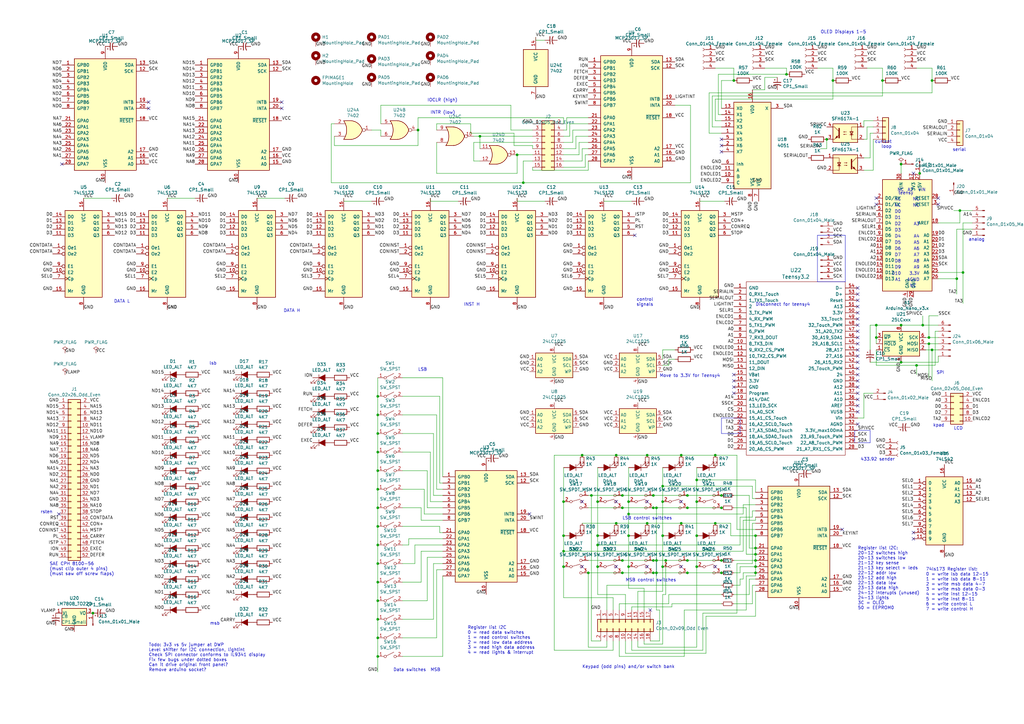
<source format=kicad_sch>
(kicad_sch (version 20230121) (generator eeschema)
  (paper "A3")
  (title_block (title "Computer controlled front panel for Nova 1200 computer") (date "2019-05-12") (rev "2a") (company "Marcel van Herk") (comment 1 "Using multicomp switches; swapped lightint and serial") (comment 2 "Fix: C19 in wrong place for teensy Vin, now VCC; r42 misconnected") (comment 3 "Error: switch holes too small, optional 7808 touches tracks, swap J3 11, 15") (comment 4 "SCK for SPI was connected I2C, not to SPI eeprom, now SSCK"))
  (junction (at 214.63 74.93))
  (junction (at 267.97 208.28))
  (junction (at 238.76 186.69))
  (junction (at 273.05 229.87))
  (junction (at 154.94 185.42))
  (junction (at 257.81 205.74))
  (junction (at 196.85 55.88))
  (junction (at 369.57 148.59))
  (junction (at 269.24 229.87))
  (junction (at 154.94 170.18))
  (junction (at 378.46 133.35))
  (junction (at 255.27 229.87))
  (junction (at 309.88 219.71))
  (junction (at 359.41 133.35))
  (junction (at 281.94 208.28))
  (junction (at 369.57 67.31))
  (junction (at 154.94 193.04))
  (junction (at 293.37 186.69))
  (junction (at 309.88 227.33))
  (junction (at 265.43 186.69))
  (junction (at 295.91 229.87))
  (junction (at 309.88 232.41))
  (junction (at 322.58 30.48))
  (junction (at 375.92 149.86))
  (junction (at 382.27 33.02))
  (junction (at 231.14 219.71))
  (junction (at 154.94 208.28))
  (junction (at 293.37 214.63))
  (junction (at 295.91 234.95))
  (junction (at 245.11 205.74))
  (junction (at 154.94 162.56))
  (junction (at 359.41 138.43))
  (junction (at 255.27 234.95))
  (junction (at 154.94 246.38))
  (junction (at 279.4 214.63))
  (junction (at 252.73 214.63))
  (junction (at 377.19 71.12))
  (junction (at 381 140.97))
  (junction (at 369.57 133.35))
  (junction (at 300.99 33.02))
  (junction (at 154.94 261.62))
  (junction (at 394.97 111.76))
  (junction (at 295.91 208.28))
  (junction (at 281.94 229.87))
  (junction (at 285.75 219.71))
  (junction (at 269.24 208.28))
  (junction (at 265.43 214.63))
  (junction (at 392.43 114.3))
  (junction (at 271.78 199.39))
  (junction (at 381 138.43))
  (junction (at 269.24 234.95))
  (junction (at 257.81 210.82))
  (junction (at 245.11 223.52))
  (junction (at 154.94 238.76))
  (junction (at 267.97 234.95))
  (junction (at 171.45 53.34))
  (junction (at 341.63 33.02))
  (junction (at 154.94 223.52))
  (junction (at 154.94 215.9))
  (junction (at 231.14 205.74))
  (junction (at 242.57 203.2))
  (junction (at 285.75 205.74))
  (junction (at 279.4 186.69))
  (junction (at 309.88 234.95))
  (junction (at 245.11 232.41))
  (junction (at 255.27 208.28))
  (junction (at 267.97 203.2))
  (junction (at 309.88 229.87))
  (junction (at 393.7 86.36))
  (junction (at 252.73 186.69))
  (junction (at 257.81 219.71))
  (junction (at 231.14 226.06))
  (junction (at 271.78 205.74))
  (junction (at 154.94 254))
  (junction (at 212.09 63.5))
  (junction (at 281.94 203.2))
  (junction (at 154.94 269.24))
  (junction (at 295.91 203.2))
  (junction (at 241.3 234.95))
  (junction (at 285.75 196.85))
  (junction (at 271.78 232.41))
  (junction (at 245.11 219.71))
  (junction (at 382.27 143.51))
  (junction (at 267.97 229.87))
  (junction (at 231.14 232.41))
  (junction (at 271.78 219.71))
  (junction (at 309.88 224.79))
  (junction (at 154.94 231.14))
  (junction (at 154.94 177.8))
  (junction (at 154.94 200.66))
  (junction (at 255.27 203.2))
  (junction (at 285.75 232.41))
  (junction (at 257.81 232.41))
  (junction (at 339.09 57.15))
  (junction (at 38.1 251.46))
  (junction (at 361.95 33.02))
  (junction (at 281.94 234.95))
  (no_connect (at 351.79 138.43))
  (no_connect (at 238.76 205.74))
  (no_connect (at 374.65 71.12))
  (no_connect (at 115.57 41.91))
  (no_connect (at 295.91 57.15))
  (no_connect (at 359.41 83.82))
  (no_connect (at 351.79 168.91))
  (no_connect (at 351.79 163.83))
  (no_connect (at 217.17 210.82))
  (no_connect (at 351.79 148.59))
  (no_connect (at 279.4 205.74))
  (no_connect (at 279.4 232.41))
  (no_connect (at 260.35 96.52))
  (no_connect (at 24.13 210.82))
  (no_connect (at 351.79 158.75))
  (no_connect (at 374.65 218.44))
  (no_connect (at 351.79 125.73))
  (no_connect (at 345.44 217.17))
  (no_connect (at 351.79 130.81))
  (no_connect (at 351.79 133.35))
  (no_connect (at 351.79 140.97))
  (no_connect (at 295.91 59.69))
  (no_connect (at 351.79 123.19))
  (no_connect (at 252.73 205.74))
  (no_connect (at 351.79 166.37))
  (no_connect (at 351.79 151.13))
  (no_connect (at 300.99 153.67))
  (no_connect (at 293.37 232.41))
  (no_connect (at 300.99 161.29))
  (no_connect (at 300.99 158.75))
  (no_connect (at 60.96 44.45))
  (no_connect (at 351.79 161.29))
  (no_connect (at 351.79 135.89))
  (no_connect (at 384.81 81.28))
  (no_connect (at 60.96 41.91))
  (no_connect (at 266.7 250.19))
  (no_connect (at 351.79 146.05))
  (no_connect (at 265.43 205.74))
  (no_connect (at 351.79 153.67))
  (no_connect (at 351.79 120.65))
  (no_connect (at 115.57 44.45))
  (no_connect (at 252.73 232.41))
  (no_connect (at 351.79 118.11))
  (no_connect (at 359.41 81.28))
  (no_connect (at 351.79 128.27))
  (no_connect (at 351.79 173.99))
  (no_connect (at 295.91 62.23))
  (no_connect (at 25.4 67.31))
  (no_connect (at 300.99 156.21))
  (no_connect (at 238.76 232.41))
  (no_connect (at 374.65 220.98))
  (no_connect (at 265.43 232.41))
  (no_connect (at 351.79 156.21))
  (no_connect (at 351.79 143.51))
  (no_connect (at 384.81 83.82))
  (wire (pts (xy 179.07 50.8) (xy 179.07 53.34)))
  (wire (pts (xy 308.61 212.09) (xy 308.61 209.55)))
  (wire (pts (xy 154.94 200.66) (xy 154.94 208.28)))
  (wire (pts (xy 210.82 59.69) (xy 210.82 54.61)))
  (wire (pts (xy 306.07 236.22) (xy 306.07 250.19)))
  (wire (pts (xy 171.45 48.26) (xy 171.45 53.34)))
  (wire (pts (xy 261.62 242.57) (xy 271.78 242.57)))
  (wire (pts (xy 165.1 185.42) (xy 176.53 185.42)))
  (wire (pts (xy 179.07 58.42) (xy 179.07 71.12)))
  (wire (pts (xy 180.34 198.12) (xy 181.61 198.12)))
  (wire (pts (xy 293.37 49.53) (xy 295.91 49.53)))
  (wire (pts (xy 175.26 228.6) (xy 181.61 228.6)))
  (wire (pts (xy 274.32 149.86) (xy 274.32 147.32)))
  (wire (pts (xy 231.14 60.96) (xy 236.22 60.96)))
  (wire (pts (xy 304.8 210.82) (xy 304.8 207.01)))
  (wire (pts (xy 165.1 246.38) (xy 175.26 246.38)))
  (wire (pts (xy 256.54 250.19) (xy 256.54 243.84)))
  (wire (pts (xy 180.34 218.44) (xy 181.61 218.44)))
  (wire (pts (xy 309.88 242.57) (xy 309.88 252.73)))
  (wire (pts (xy 355.6 57.15) (xy 355.6 52.07)))
  (wire (pts (xy 285.75 219.71) (xy 285.75 205.74)))
  (wire (pts (xy 308.61 36.83) (xy 313.69 36.83)))
  (wire (pts (xy 233.68 50.8) (xy 241.3 50.8)))
  (wire (pts (xy 241.3 69.85) (xy 218.44 69.85)))
  (wire (pts (xy 231.14 219.71) (xy 231.14 205.74)))
  (wire (pts (xy 176.53 185.42) (xy 176.53 205.74)))
  (wire (pts (xy 181.61 154.94) (xy 181.61 195.58)))
  (wire (pts (xy 306.07 250.19) (xy 280.67 250.19)))
  (wire (pts (xy 257.81 210.82) (xy 304.8 210.82)))
  (wire (pts (xy 172.72 213.36) (xy 181.61 213.36)))
  (wire (pts (xy 255.27 229.87) (xy 267.97 229.87)))
  (wire (pts (xy 212.09 82.55) (xy 212.09 81.28)))
  (wire (pts (xy 309.88 227.33) (xy 309.88 229.87)))
  (wire (pts (xy 152.4 53.34) (xy 156.21 53.34)))
  (wire (pts (xy 154.94 185.42) (xy 154.94 193.04)))
  (wire (pts (xy 303.53 232.41) (xy 309.88 232.41)))
  (wire (pts (xy 165.1 200.66) (xy 173.99 200.66)))
  (wire (pts (xy 281.94 203.2) (xy 295.91 203.2)))
  (wire (pts (xy 267.97 229.87) (xy 269.24 229.87)))
  (wire (pts (xy 231.14 63.5) (xy 237.49 63.5)))
  (wire (pts (xy 381 140.97) (xy 381 154.94)))
  (wire (pts (xy 289.56 252.73) (xy 289.56 267.97)))
  (wire (pts (xy 170.18 223.52) (xy 181.61 223.52)))
  (wire (pts (xy 241.3 66.04) (xy 241.3 69.85)))
  (wire (pts (xy 281.94 208.28) (xy 295.91 208.28)))
  (wire (pts (xy 231.14 205.74) (xy 231.14 191.77)))
  (wire (pts (xy 294.64 46.99) (xy 295.91 46.99)))
  (wire (pts (xy 356.87 64.77) (xy 354.33 64.77)))
  (wire (pts (xy 354.33 52.07) (xy 354.33 49.53)))
  (wire (pts (xy 154.94 162.56) (xy 154.94 170.18)))
  (wire (pts (xy 179.07 261.62) (xy 179.07 233.68)))
  (wire (pts (xy 154.94 170.18) (xy 154.94 177.8)))
  (wire (pts (xy 269.24 234.95) (xy 281.94 234.95)))
  (wire (pts (xy 265.43 214.63) (xy 279.4 214.63)))
  (wire (pts (xy 231.14 58.42) (xy 234.95 58.42)))
  (wire (pts (xy 176.53 82.55) (xy 176.53 81.28)))
  (wire (pts (xy 300.99 203.2) (xy 307.34 203.2)))
  (wire (pts (xy 359.41 140.97) (xy 359.41 138.43)))
  (wire (pts (xy 165.1 254) (xy 177.8 254)))
  (wire (pts (xy 238.76 186.69) (xy 227.33 186.69)))
  (wire (pts (xy 177.8 203.2) (xy 181.61 203.2)))
  (wire (pts (xy 341.63 33.02) (xy 341.63 40.64)))
  (wire (pts (xy 234.95 53.34) (xy 241.3 53.34)))
  (wire (pts (xy 302.26 231.14) (xy 302.26 251.46)))
  (wire (pts (xy 165.1 231.14) (xy 170.18 231.14)))
  (wire (pts (xy 378.46 133.35) (xy 384.81 133.35)))
  (wire (pts (xy 271.78 143.51) (xy 276.86 143.51)))
  (wire (pts (xy 384.81 111.76) (xy 394.97 111.76)))
  (wire (pts (xy 212.09 63.5) (xy 218.44 63.5)))
  (wire (pts (xy 274.32 243.84) (xy 274.32 247.65)))
  (wire (pts (xy 242.57 203.2) (xy 242.57 262.89)))
  (wire (pts (xy 259.08 248.92) (xy 259.08 250.19)))
  (wire (pts (xy 261.62 265.43) (xy 261.62 262.89)))
  (wire (pts (xy 165.1 215.9) (xy 180.34 215.9)))
  (wire (pts (xy 293.37 27.94) (xy 300.99 27.94)))
  (wire (pts (xy 295.91 33.02) (xy 295.91 44.45)))
  (wire (pts (xy 251.46 245.11) (xy 231.14 245.11)))
  (wire (pts (xy 154.94 246.38) (xy 154.94 254)))
  (wire (pts (xy 300.99 229.87) (xy 309.88 229.87)))
  (wire (pts (xy 281.94 234.95) (xy 295.91 234.95)))
  (wire (pts (xy 309.88 234.95) (xy 309.88 236.22)))
  (wire (pts (xy 240.03 68.58) (xy 240.03 63.5)))
  (wire (pts (xy 256.54 243.84) (xy 245.11 243.84)))
  (wire (pts (xy 231.14 48.26) (xy 231.14 50.8)))
  (wire (pts (xy 165.1 261.62) (xy 179.07 261.62)))
  (wire (pts (xy 218.44 59.69) (xy 210.82 59.69)))
  (wire (pts (xy 280.67 269.24) (xy 254 269.24)))
  (wire (pts (xy 135.89 74.93) (xy 214.63 74.93)))
  (polyline (pts (xy 356.87 176.53) (xy 356.87 181.61)))
  (wire (pts (xy 170.18 231.14) (xy 170.18 223.52)))
  (wire (pts (xy 378.46 133.35) (xy 378.46 129.54)))
  (wire (pts (xy 356.87 148.59) (xy 369.57 148.59)))
  (wire (pts (xy 267.97 208.28) (xy 269.24 208.28)))
  (wire (pts (xy 309.88 219.71) (xy 299.72 219.71)))
  (wire (pts (xy 154.94 254) (xy 154.94 261.62)))
  (wire (pts (xy 271.78 264.16) (xy 264.16 264.16)))
  (wire (pts (xy 303.53 212.09) (xy 308.61 212.09)))
  (wire (pts (xy 231.14 245.11) (xy 231.14 232.41)))
  (wire (pts (xy 308.61 199.39) (xy 308.61 204.47)))
  (polyline (pts (xy 346.71 115.57) (xy 335.28 115.57)))
  (wire (pts (xy 167.64 220.98) (xy 181.61 220.98)))
  (wire (pts (xy 382.27 143.51) (xy 382.27 156.21)))
  (wire (pts (xy 181.61 269.24) (xy 181.61 236.22)))
  (wire (pts (xy 238.76 66.04) (xy 238.76 60.96)))
  (wire (pts (xy 382.27 33.02) (xy 382.27 38.1)))
  (wire (pts (xy 210.82 54.61) (xy 193.04 54.61)))
  (wire (pts (xy 381 140.97) (xy 384.81 140.97)))
  (wire (pts (xy 293.37 186.69) (xy 302.26 186.69)))
  (wire (pts (xy 165.1 170.18) (xy 179.07 170.18)))
  (wire (pts (xy 179.07 200.66) (xy 181.61 200.66)))
  (wire (pts (xy 257.81 219.71) (xy 257.81 210.82)))
  (wire (pts (xy 175.26 246.38) (xy 175.26 228.6)))
  (wire (pts (xy 259.08 248.92) (xy 275.59 248.92)))
  (wire (pts (xy 394.97 111.76) (xy 394.97 91.44)))
  (wire (pts (xy 394.97 91.44) (xy 398.78 91.44)))
  (wire (pts (xy 269.24 208.28) (xy 281.94 208.28)))
  (wire (pts (xy 379.73 140.97) (xy 381 140.97)))
  (wire (pts (xy 171.45 48.26) (xy 231.14 48.26)))
  (wire (pts (xy 156.21 50.8) (xy 156.21 43.18)))
  (wire (pts (xy 167.64 223.52) (xy 167.64 220.98)))
  (wire (pts (xy 300.99 33.02) (xy 295.91 33.02)))
  (wire (pts (xy 165.1 193.04) (xy 175.26 193.04)))
  (wire (pts (xy 245.11 223.52) (xy 303.53 223.52)))
  (wire (pts (xy 304.8 226.06) (xy 304.8 213.36)))
  (wire (pts (xy 300.99 208.28) (xy 306.07 208.28)))
  (wire (pts (xy 359.41 133.35) (xy 369.57 133.35)))
  (wire (pts (xy 251.46 250.19) (xy 251.46 245.11)))
  (wire (pts (xy 285.75 196.85) (xy 285.75 191.77)))
  (wire (pts (xy 375.92 149.86) (xy 375.92 153.67)))
  (wire (pts (xy 384.81 148.59) (xy 384.81 146.05)))
  (wire (pts (xy 269.24 229.87) (xy 269.24 208.28)))
  (wire (pts (xy 275.59 247.65) (xy 275.59 248.92)))
  (wire (pts (xy 209.55 53.34) (xy 218.44 53.34)))
  (wire (pts (xy 231.14 232.41) (xy 231.14 226.06)))
  (wire (pts (xy 287.02 82.55) (xy 297.18 82.55)))
  (wire (pts (xy 308.61 240.03) (xy 309.88 240.03)))
  (wire (pts (xy 269.24 250.19) (xy 270.51 250.19)))
  (wire (pts (xy 304.8 234.95) (xy 309.88 234.95)))
  (wire (pts (xy 359.41 138.43) (xy 359.41 133.35)))
  (wire (pts (xy 180.34 215.9) (xy 180.34 218.44)))
  (wire (pts (xy 308.61 209.55) (xy 309.88 209.55)))
  (wire (pts (xy 259.08 82.55) (xy 247.65 82.55)))
  (wire (pts (xy 232.41 53.34) (xy 232.41 48.26)))
  (wire (pts (xy 322.58 27.94) (xy 322.58 30.48)))
  (wire (pts (xy 231.14 66.04) (xy 238.76 66.04)))
  (wire (pts (xy 361.95 27.94) (xy 361.95 33.02)))
  (polyline (pts (xy 350.52 176.53) (xy 356.87 176.53)))
  (wire (pts (xy 304.8 213.36) (xy 309.88 213.36)))
  (wire (pts (xy 223.52 16.51) (xy 219.71 16.51)))
  (wire (pts (xy 154.94 154.94) (xy 154.94 162.56)))
  (wire (pts (xy 255.27 234.95) (xy 267.97 234.95)))
  (wire (pts (xy 271.78 219.71) (xy 271.78 205.74)))
  (wire (pts (xy 218.44 59.69) (xy 218.44 60.96)))
  (wire (pts (xy 269.24 229.87) (xy 269.24 234.95)))
  (wire (pts (xy 394.97 111.76) (xy 394.97 124.46)))
  (wire (pts (xy 245.11 223.52) (xy 245.11 219.71)))
  (wire (pts (xy 135.89 74.93) (xy 135.89 50.8)))
  (wire (pts (xy 154.94 223.52) (xy 154.94 231.14)))
  (wire (pts (xy 307.34 237.49) (xy 309.88 237.49)))
  (wire (pts (xy 265.43 186.69) (xy 279.4 186.69)))
  (wire (pts (xy 165.1 223.52) (xy 167.64 223.52)))
  (wire (pts (xy 393.7 86.36) (xy 393.7 91.44)))
  (wire (pts (xy 196.85 66.04) (xy 194.31 66.04)))
  (wire (pts (xy 193.04 54.61) (xy 193.04 50.8)))
  (wire (pts (xy 196.85 55.88) (xy 218.44 55.88)))
  (wire (pts (xy 309.88 236.22) (xy 306.07 236.22)))
  (wire (pts (xy 252.73 186.69) (xy 265.43 186.69)))
  (wire (pts (xy 214.63 74.93) (xy 283.21 74.93)))
  (wire (pts (xy 242.57 203.2) (xy 255.27 203.2)))
  (wire (pts (xy 238.76 60.96) (xy 241.3 60.96)))
  (wire (pts (xy 240.03 63.5) (xy 241.3 63.5)))
  (wire (pts (xy 231.14 68.58) (xy 240.03 68.58)))
  (wire (pts (xy 241.3 234.95) (xy 255.27 234.95)))
  (wire (pts (xy 80.01 81.28) (xy 68.58 81.28)))
  (wire (pts (xy 271.78 243.84) (xy 273.05 243.84)))
  (wire (pts (xy 154.94 269.24) (xy 154.94 275.59)))
  (wire (pts (xy 255.27 203.2) (xy 267.97 203.2)))
  (wire (pts (xy 375.92 149.86) (xy 383.54 149.86)))
  (wire (pts (xy 267.97 203.2) (xy 281.94 203.2)))
  (wire (pts (xy 313.69 27.94) (xy 322.58 27.94)))
  (wire (pts (xy 219.71 16.51) (xy 219.71 15.24)))
  (wire (pts (xy 358.14 69.85) (xy 358.14 57.15)))
  (wire (pts (xy 257.81 205.74) (xy 257.81 191.77)))
  (wire (pts (xy 261.62 250.19) (xy 261.62 242.57)))
  (wire (pts (xy 241.3 234.95) (xy 241.3 265.43)))
  (wire (pts (xy 359.41 143.51) (xy 359.41 149.86)))
  (wire (pts (xy 176.53 205.74) (xy 181.61 205.74)))
  (wire (pts (xy 165.1 177.8) (xy 177.8 177.8)))
  (wire (pts (xy 309.88 196.85) (xy 309.88 201.93)))
  (wire (pts (xy 135.89 50.8) (xy 137.16 50.8)))
  (wire (pts (xy 237.49 58.42) (xy 237.49 63.5)))
  (wire (pts (xy 245.11 219.71) (xy 245.11 205.74)))
  (wire (pts (xy 303.53 212.09) (xy 303.53 223.52)))
  (wire (pts (xy 177.8 254) (xy 177.8 231.14)))
  (wire (pts (xy 175.26 208.28) (xy 181.61 208.28)))
  (wire (pts (xy 165.1 269.24) (xy 181.61 269.24)))
  (polyline (pts (xy 356.87 181.61) (xy 350.52 181.61)))
  (wire (pts (xy 177.8 231.14) (xy 181.61 231.14)))
  (wire (pts (xy 172.72 238.76) (xy 172.72 226.06)))
  (wire (pts (xy 257.81 232.41) (xy 257.81 219.71)))
  (wire (pts (xy 304.8 207.01) (xy 309.88 207.01)))
  (wire (pts (xy 309.88 213.36) (xy 309.88 212.09)))
  (wire (pts (xy 172.72 226.06) (xy 181.61 226.06)))
  (wire (pts (xy 269.24 229.87) (xy 273.05 229.87)))
  (wire (pts (xy 165.1 154.94) (xy 181.61 154.94)))
  (wire (pts (xy 308.61 231.14) (xy 302.26 231.14)))
  (wire (pts (xy 193.04 50.8) (xy 179.07 50.8)))
  (wire (pts (xy 179.07 170.18) (xy 179.07 200.66)))
  (wire (pts (xy 383.54 135.89) (xy 384.81 135.89)))
  (wire (pts (xy 356.87 143.51) (xy 356.87 133.35)))
  (wire (pts (xy 245.11 243.84) (xy 245.11 232.41)))
  (wire (pts (xy 381 129.54) (xy 384.81 129.54)))
  (wire (pts (xy 271.78 243.84) (xy 271.78 264.16)))
  (wire (pts (xy 302.26 217.17) (xy 309.88 217.17)))
  (wire (pts (xy 256.54 267.97) (xy 256.54 262.89)))
  (wire (pts (xy 290.83 54.61) (xy 295.91 54.61)))
  (wire (pts (xy 383.54 149.86) (xy 383.54 135.89)))
  (wire (pts (xy 279.4 186.69) (xy 293.37 186.69)))
  (polyline (pts (xy 295.91 177.8) (xy 295.91 171.45)))
  (wire (pts (xy 137.16 59.69) (xy 171.45 59.69)))
  (wire (pts (xy 339.09 60.96) (xy 339.09 57.15)))
  (wire (pts (xy 241.3 265.43) (xy 248.92 265.43)))
  (wire (pts (xy 248.92 265.43) (xy 248.92 262.89)))
  (wire (pts (xy 179.07 71.12) (xy 212.09 71.12)))
  (wire (pts (xy 172.72 208.28) (xy 172.72 213.36)))
  (wire (pts (xy 285.75 196.85) (xy 309.88 196.85)))
  (wire (pts (xy 304.8 237.49) (xy 304.8 234.95)))
  (wire (pts (xy 271.78 199.39) (xy 308.61 199.39)))
  (wire (pts (xy 384.81 91.44) (xy 393.7 91.44)))
  (wire (pts (xy 154.94 193.04) (xy 154.94 200.66)))
  (wire (pts (xy 259.08 266.7) (xy 259.08 262.89)))
  (wire (pts (xy 307.34 243.84) (xy 307.34 237.49)))
  (polyline (pts (xy 303.53 171.45) (xy 303.53 177.8)))
  (wire (pts (xy 303.53 237.49) (xy 304.8 237.49)))
  (wire (pts (xy 194.31 58.42) (xy 218.44 58.42)))
  (wire (pts (xy 238.76 186.69) (xy 252.73 186.69)))
  (wire (pts (xy 156.21 43.18) (xy 209.55 43.18)))
  (wire (pts (xy 313.69 31.75) (xy 318.77 31.75)))
  (wire (pts (xy 179.07 233.68) (xy 181.61 233.68)))
  (wire (pts (xy 392.43 114.3) (xy 392.43 120.65)))
  (wire (pts (xy 194.31 66.04) (xy 194.31 58.42)))
  (wire (pts (xy 175.26 193.04) (xy 175.26 208.28)))
  (wire (pts (xy 379.73 143.51) (xy 382.27 143.51)))
  (wire (pts (xy 300.99 27.94) (xy 300.99 33.02)))
  (wire (pts (xy 165.1 208.28) (xy 172.72 208.28)))
  (wire (pts (xy 234.95 58.42) (xy 234.95 53.34)))
  (wire (pts (xy 237.49 58.42) (xy 241.3 58.42)))
  (wire (pts (xy 280.67 250.19) (xy 280.67 269.24)))
  (wire (pts (xy 241.3 208.28) (xy 255.27 208.28)))
  (wire (pts (xy 236.22 60.96) (xy 236.22 55.88)))
  (wire (pts (xy 369.57 133.35) (xy 378.46 133.35)))
  (wire (pts (xy 336.55 60.96) (xy 339.09 60.96)))
  (wire (pts (xy 270.51 250.19) (xy 270.51 262.89)))
  (wire (pts (xy 238.76 214.63) (xy 252.73 214.63)))
  (wire (pts (xy 271.78 149.86) (xy 274.32 149.86)))
  (wire (pts (xy 248.92 240.03) (xy 248.92 250.19)))
  (wire (pts (xy 252.73 214.63) (xy 265.43 214.63)))
  (wire (pts (xy 156.21 53.34) (xy 156.21 55.88)))
  (wire (pts (xy 341.63 40.64) (xy 293.37 40.64)))
  (wire (pts (xy 307.34 224.79) (xy 309.88 224.79)))
  (wire (pts (xy 354.33 49.53) (xy 358.14 49.53)))
  (wire (pts (xy 227.33 186.69) (xy 227.33 266.7)))
  (wire (pts (xy 356.87 54.61) (xy 356.87 64.77)))
  (wire (pts (xy 293.37 40.64) (xy 293.37 49.53)))
  (wire (pts (xy 288.29 251.46) (xy 288.29 266.7)))
  (wire (pts (xy 232.41 48.26) (xy 241.3 48.26)))
  (wire (pts (xy 355.6 27.94) (xy 361.95 27.94)))
  (wire (pts (xy 271.78 205.74) (xy 271.78 199.39)))
  (wire (pts (xy 257.81 210.82) (xy 257.81 205.74)))
  (wire (pts (xy 233.68 55.88) (xy 233.68 50.8)))
  (wire (pts (xy 270.51 262.89) (xy 266.7 262.89)))
  (wire (pts (xy 264.16 264.16) (xy 264.16 262.89)))
  (wire (pts (xy 177.8 177.8) (xy 177.8 203.2)))
  (wire (pts (xy 300.99 234.95) (xy 303.53 234.95)))
  (wire (pts (xy 247.65 82.55) (xy 247.65 81.28)))
  (wire (pts (xy 335.28 27.94) (xy 341.63 27.94)))
  (wire (pts (xy 173.99 200.66) (xy 173.99 210.82)))
  (wire (pts (xy 165.1 162.56) (xy 180.34 162.56)))
  (wire (pts (xy 236.22 55.88) (xy 241.3 55.88)))
  (polyline (pts (xy 303.53 177.8) (xy 295.91 177.8)))
  (wire (pts (xy 287.02 82.55) (xy 287.02 81.28)))
  (wire (pts (xy 180.34 162.56) (xy 180.34 198.12)))
  (wire (pts (xy 292.1 39.37) (xy 292.1 52.07)))
  (wire (pts (xy 254 247.65) (xy 254 250.19)))
  (wire (pts (xy 309.88 229.87) (xy 309.88 232.41)))
  (wire (pts (xy 299.72 214.63) (xy 293.37 214.63)))
  (wire (pts (xy 356.87 133.35) (xy 359.41 133.35)))
  (wire (pts (xy 116.84 81.28) (xy 105.41 81.28)))
  (wire (pts (xy 257.81 241.3) (xy 264.16 241.3)))
  (wire (pts (xy 227.33 266.7) (xy 251.46 266.7)))
  (wire (pts (xy 154.94 231.14) (xy 154.94 238.76)))
  (wire (pts (xy 306.07 208.28) (xy 306.07 227.33)))
  (wire (pts (xy 271.78 147.32) (xy 271.78 143.51)))
  (wire (pts (xy 245.11 205.74) (xy 245.11 191.77)))
  (wire (pts (xy 382.27 38.1) (xy 290.83 38.1)))
  (wire (pts (xy 313.69 36.83) (xy 313.69 31.75)))
  (wire (pts (xy 283.21 43.18) (xy 283.21 74.93)))
  (wire (pts (xy 285.75 232.41) (xy 285.75 219.71)))
  (wire (pts (xy 308.61 204.47) (xy 309.88 204.47)))
  (wire (pts (xy 154.94 238.76) (xy 154.94 246.38)))
  (wire (pts (xy 214.63 74.93) (xy 214.63 66.04)))
  (wire (pts (xy 308.61 214.63) (xy 308.61 231.14)))
  (wire (pts (xy 375.92 27.94) (xy 382.27 27.94)))
  (wire (pts (xy 299.72 219.71) (xy 299.72 214.63)))
  (wire (pts (xy 154.94 261.62) (xy 154.94 269.24)))
  (wire (pts (xy 382.27 143.51) (xy 384.81 143.51)))
  (wire (pts (xy 384.81 114.3) (xy 392.43 114.3)))
  (wire (pts (xy 242.57 262.89) (xy 246.38 262.89)))
  (wire (pts (xy 251.46 266.7) (xy 251.46 262.89)))
  (wire (pts (xy 267.97 234.95) (xy 269.24 234.95)))
  (wire (pts (xy 295.91 240.03) (xy 248.92 240.03)))
  (wire (pts (xy 274.32 147.32) (xy 276.86 147.32)))
  (wire (pts (xy 154.94 215.9) (xy 154.94 223.52)))
  (wire (pts (xy 381 138.43) (xy 384.81 138.43)))
  (wire (pts (xy 231.14 55.88) (xy 233.68 55.88)))
  (wire (pts (xy 34.29 81.28) (xy 45.72 81.28)))
  (wire (pts (xy 379.73 138.43) (xy 381 138.43)))
  (wire (pts (xy 302.26 251.46) (xy 288.29 251.46)))
  (polyline (pts (xy 295.91 171.45) (xy 303.53 171.45)))
  (wire (pts (xy 281.94 229.87) (xy 295.91 229.87)))
  (wire (pts (xy 306.07 227.33) (xy 309.88 227.33)))
  (wire (pts (xy 196.85 55.88) (xy 196.85 60.96)))
  (wire (pts (xy 257.81 241.3) (xy 257.81 232.41)))
  (wire (pts (xy 279.4 214.63) (xy 293.37 214.63)))
  (wire (pts (xy 218.44 69.85) (xy 218.44 68.58)))
  (wire (pts (xy 241.3 229.87) (xy 255.27 229.87)))
  (polyline (pts (xy 269.24 228.6) (xy 269.24 236.22)))
  (wire (pts (xy 231.14 53.34) (xy 232.41 53.34)))
  (wire (pts (xy 341.63 27.94) (xy 341.63 33.02)))
  (wire (pts (xy 274.32 247.65) (xy 254 247.65)))
  (wire (pts (xy 214.63 66.04) (xy 218.44 66.04)))
  (wire (pts (xy 303.53 234.95) (xy 303.53 232.41)))
  (wire (pts (xy 171.45 59.69) (xy 171.45 53.34)))
  (wire (pts (xy 369.57 67.31) (xy 369.57 71.12)))
  (wire (pts (xy 187.96 82.55) (xy 176.53 82.55)))
  (polyline (pts (xy 346.71 96.52) (xy 346.71 115.57)))
  (wire (pts (xy 355.6 52.07) (xy 358.14 52.07)))
  (wire (pts (xy 309.88 219.71) (xy 309.88 224.79)))
  (wire (pts (xy 300.99 240.03) (xy 303.53 240.03)))
  (wire (pts (xy 271.78 199.39) (xy 271.78 191.77)))
  (wire (pts (xy 382.27 27.94) (xy 382.27 33.02)))
  (wire (pts (xy 245.11 232.41) (xy 245.11 223.52)))
  (wire (pts (xy 359.41 149.86) (xy 375.92 149.86)))
  (wire (pts (xy 273.05 229.87) (xy 281.94 229.87)))
  (wire (pts (xy 173.99 210.82) (xy 181.61 210.82)))
  (wire (pts (xy 276.86 43.18) (xy 283.21 43.18)))
  (wire (pts (xy 377.19 69.85) (xy 377.19 71.12)))
  (wire (pts (xy 254 269.24) (xy 254 262.89)))
  (wire (pts (xy 308.61 247.65) (xy 308.61 240.03)))
  (wire (pts (xy 209.55 43.18) (xy 209.55 53.34)))
  (wire (pts (xy 354.33 171.45) (xy 354.33 161.29)))
  (wire (pts (xy 393.7 86.36) (xy 391.16 86.36)))
  (wire (pts (xy 285.75 205.74) (xy 285.75 196.85)))
  (wire (pts (xy 285.75 232.41) (xy 285.75 265.43)))
  (wire (pts (xy 269.24 234.95) (xy 269.24 250.19)))
  (polyline (pts (xy 335.28 96.52) (xy 346.71 96.52)))
  (wire (pts (xy 289.56 267.97) (xy 256.54 267.97)))
  (wire (pts (xy 165.1 238.76) (xy 172.72 238.76)))
  (wire (pts (xy 271.78 232.41) (xy 271.78 219.71)))
  (wire (pts (xy 295.91 247.65) (xy 275.59 247.65)))
  (wire (pts (xy 231.14 226.06) (xy 304.8 226.06)))
  (wire (pts (xy 140.97 82.55) (xy 140.97 81.28)))
  (wire (pts (xy 194.31 55.88) (xy 196.85 55.88)))
  (wire (pts (xy 223.52 82.55) (xy 212.09 82.55)))
  (wire (pts (xy 295.91 243.84) (xy 274.32 243.84)))
  (wire (pts (xy 154.94 177.8) (xy 154.94 185.42)))
  (wire (pts (xy 354.33 161.29) (xy 358.14 161.29)))
  (wire (pts (xy 255.27 208.28) (xy 267.97 208.28)))
  (wire (pts (xy 392.43 93.98) (xy 398.78 93.98)))
  (wire (pts (xy 361.95 39.37) (xy 292.1 39.37)))
  (wire (pts (xy 392.43 114.3) (xy 392.43 93.98)))
  (wire (pts (xy 288.29 266.7) (xy 259.08 266.7)))
  (wire (pts (xy 137.16 55.88) (xy 137.16 59.69)))
  (polyline (pts (xy 350.52 181.61) (xy 350.52 176.53)))
  (wire (pts (xy 361.95 33.02) (xy 361.95 39.37)))
  (wire (pts (xy 300.99 243.84) (xy 307.34 243.84)))
  (wire (pts (xy 303.53 240.03) (xy 303.53 237.49)))
  (wire (pts (xy 285.75 265.43) (xy 261.62 265.43)))
  (wire (pts (xy 354.33 69.85) (xy 358.14 69.85)))
  (wire (pts (xy 307.34 203.2) (xy 307.34 224.79)))
  (wire (pts (xy 358.14 54.61) (xy 356.87 54.61)))
  (wire (pts (xy 241.3 203.2) (xy 242.57 203.2)))
  (wire (pts (xy 309.88 252.73) (xy 289.56 252.73)))
  (wire (pts (xy 322.58 30.48) (xy 294.64 30.48)))
  (wire (pts (xy 292.1 52.07) (xy 295.91 52.07)))
  (wire (pts (xy 294.64 30.48) (xy 294.64 46.99)))
  (wire (pts (xy 309.88 214.63) (xy 308.61 214.63)))
  (wire (pts (xy 264.16 241.3) (xy 264.16 250.19)))
  (wire (pts (xy 154.94 208.28) (xy 154.94 215.9)))
  (wire (pts (xy 152.4 82.55) (xy 140.97 82.55)))
  (wire (pts (xy 271.78 242.57) (xy 271.78 232.41)))
  (wire (pts (xy 369.57 148.59) (xy 384.81 148.59)))
  (wire (pts (xy 212.09 71.12) (xy 212.09 63.5)))
  (wire (pts (xy 231.14 226.06) (xy 231.14 219.71)))
  (wire (pts (xy 309.88 232.41) (xy 309.88 234.95)))
  (polyline (pts (xy 335.28 115.57) (xy 335.28 96.52)))
  (wire (pts (xy 393.7 86.36) (xy 398.78 86.36)))
  (wire (pts (xy 290.83 38.1) (xy 290.83 54.61)))
  (wire (pts (xy 300.99 247.65) (xy 308.61 247.65)))
  (wire (pts (xy 381 138.43) (xy 381 129.54)))
  (wire (pts (xy 354.33 57.15) (xy 355.6 57.15)))
  (wire (pts (xy 309.88 224.79) (xy 309.88 227.33)))
  (wire (pts (xy 351.79 171.45) (xy 354.33 171.45)))
  (wire (pts (xy 273.05 243.84) (xy 273.05 229.87)))
  (wire (pts (xy 302.26 186.69) (xy 302.26 217.17)))
  (text "433.92 sender" (at 367.03 189.23 0) (effects (font (size 1.27 1.27)) (justify right bottom)))
  (text "Keypad (odd pins) and/or switch bank" (at 238.76 274.32 0) (effects (font (size 1.27 1.27)) (justify left bottom)))
  (text "74ls173 Register list:\n0 = write lsb data 12-15\n1 = write lsb data 8-11\n2 = write msb data 4-7\n3 = write msb data 0-3\n4 = write inst 12-15\n5 = write inst 8-11\n6 = write control L\n7 = write control H\n\n" (at 379.73 252.73 0) (effects (font (size 1.27 1.27)) (justify left bottom)))
  (text "D5" (at 369.57 100.33 0) (effects (font (size 1.27 1.27)) (justify right bottom)))
  (text "NC" (at 377.19 82.55 0) (effects (font (size 1.27 1.27)) (justify right bottom)))
  (text "A5" (at 377.19 100.33 0) (effects (font (size 1.27 1.27)) (justify right bottom)))
  (text "rsten" (at 21.59 210.82 0) (effects (font (size 1.27 1.27)) (justify right bottom)))
  (text "SAE CPH 8100-56\n(must clip outer 4 pins)\n(must saw off screw flaps)" (at 20.32 236.22 0) (effects (font (size 1.27 1.27)) (justify left bottom)))
  (text "D10" (at 369.57 113.03 0) (effects (font (size 1.27 1.27)) (justify right bottom)))
  (text "D8" (at 369.57 107.95 0) (effects (font (size 1.27 1.27)) (justify right bottom)))
  (text "teensy" (at 374.65 80.01 0) (effects (font (size 1.27 1.27)) (justify right bottom)))
  (text "A9" (at 377.19 110.49 0) (effects (font (size 1.27 1.27)) (justify right bottom)))
  (text "AGND" (at 377.19 115.57 0) (effects (font (size 1.27 1.27)) (justify right bottom)))
  (text "A7" (at 377.19 105.41 0) (effects (font (size 1.27 1.27)) (justify right bottom)))
  (text "NC" (at 370.84 78.74 0) (effects (font (size 1.27 1.27)) (justify right bottom)))
  (text "A1" (at 369.57 115.57 0) (effects (font (size 1.27 1.27)) (justify right bottom)))
  (text "A8" (at 377.19 107.95 0) (effects (font (size 1.27 1.27)) (justify right bottom)))
  (text "Data switches" (at 161.29 275.59 0) (effects (font (size 1.27 1.27)) (justify left bottom)))
  (text "NC" (at 377.19 85.09 0) (effects (font (size 1.27 1.27)) (justify right bottom)))
  (text "Move to 3.3V for Teensy4" (at 270.51 154.94 0) (effects (font (size 1.27 1.27)) (justify left bottom)))
  (text "MSB" (at 176.53 275.59 0) (effects (font (size 1.27 1.27)) (justify left bottom)))
  (text "A6" (at 377.19 102.87 0) (effects (font (size 1.27 1.27)) (justify right bottom)))
  (text "INST H" (at 196.85 125.73 0) (effects (font (size 1.27 1.27)) (justify right bottom)))
  (text "D0" (at 369.57 87.63 0) (effects (font (size 1.27 1.27)) (justify right bottom)))
  (text "NC" (at 375.92 118.11 0) (effects (font (size 1.27 1.27)) (justify right bottom)))
  (text "LCD" (at 391.16 176.53 0) (effects (font (size 1.27 1.27)) (justify left bottom)))
  (text "VIN" (at 379.73 78.74 0) (effects (font (size 1.27 1.27)) (justify right bottom)))
  (text "LSB control switches" (at 255.27 213.36 0) (effects (font (size 1.27 1.27)) (justify left bottom)))
  (text "NC" (at 369.57 82.55 0) (effects (font (size 1.27 1.27)) (justify right bottom)))
  (text "A4" (at 377.19 97.79 0) (effects (font (size 1.27 1.27)) (justify right bottom)))
  (text "A3" (at 377.19 92.71 0) (effects (font (size 1.27 1.27)) (justify right bottom)))
  (text "control\nsignals" (at 267.97 125.73 0) (effects (font (size 1.27 1.27)) (justify right bottom)))
  (text "INTR (low)" (at 176.53 46.99 0) (effects (font (size 1.27 1.27)) (justify left bottom)))
  (text "D7" (at 369.57 105.41 0) (effects (font (size 1.27 1.27)) (justify right bottom)))
  (text "NC" (at 369.57 85.09 0) (effects (font (size 1.27 1.27)) (justify right bottom)))
  (text "D6" (at 369.57 102.87 0) (effects (font (size 1.27 1.27)) (justify right bottom)))
  (text "D9" (at 369.57 110.49 0) (effects (font (size 1.27 1.27)) (justify right bottom)))
  (text "OLED Displays 1-5" (at 336.55 13.97 0) (effects (font (size 1.27 1.27)) (justify left bottom)))
  (text "DATA H" (at 123.19 128.27 0) (effects (font (size 1.27 1.27)) (justify right bottom)))
  (text "lsb" (at 88.9 149.86 0) (effects (font (size 1.27 1.27)) (justify right bottom)))
  (text "Register list I2C\n0 = read data switches\n1 = read control switches\n2 = read low data address\n3 = read high data address\n4 = read lights & interrupt\n\n" (at 191.77 270.51 0) (effects (font (size 1.27 1.27)) (justify left bottom)))
  (text "D2" (at 369.57 92.71 0) (effects (font (size 1.27 1.27)) (justify right bottom)))
  (text "3.3V" (at 377.19 113.03 0) (effects (font (size 1.27 1.27)) (justify right bottom)))
  (text "Todo: 3v3 vs 5v jumper at DWP\nLevel shifter for I2C connection, lightint\nCheck SPI connector conforms to IL9341 display\nFix few bugs under dotted boxes\nCan it drive original front panel?\nRemove arduino socket?" (at 60.96 275.59 0) (effects (font (size 1.27 1.27)) (justify left bottom)))
  (text "analog" (at 403.86 99.06 0) (effects (font (size 1.27 1.27)) (justify right bottom)))
  (text "DATA L" (at 53.34 124.46 0) (effects (font (size 1.27 1.27)) (justify right bottom)))
  (text "msb" (at 90.17 256.54 0) (effects (font (size 1.27 1.27)) (justify right bottom)))
  (text "kpad" (at 387.35 175.26 0) (effects (font (size 1.27 1.27)) (justify right bottom)))
  (text "SPI" (at 387.35 153.67 0) (effects (font (size 1.27 1.27)) (justify right bottom)))
  (text "D1" (at 369.57 90.17 0) (effects (font (size 1.27 1.27)) (justify right bottom)))
  (text "Register list I2C:\n20-12 switches high\n20-13 switches low\n21-12 key sense\n21-13 key select + leds\n22-12 addr low\n23-12 add high\n22-13 data low\n23-13 data high\n24-12 interupts (unused)\n24-13 lights\n3C = OLED\n50 = EEPROM0\n" (at 351.79 250.19 0) (effects (font (size 1.27 1.27)) (justify left bottom)))
  (text "serial" (at 396.24 62.23 0) (effects (font (size 1.27 1.27)) (justify right bottom)))
  (text "D3" (at 369.57 95.25 0) (effects (font (size 1.27 1.27)) (justify right bottom)))
  (text "Disconnect for teensy4" (at 309.88 125.73 0) (effects (font (size 1.27 1.27)) (justify left bottom)))
  (text "D4" (at 369.57 97.79 0) (effects (font (size 1.27 1.27)) (justify right bottom)))
  (text "MSB control switches" (at 256.54 238.76 0) (effects (font (size 1.27 1.27)) (justify left bottom)))
  (text "LSB" (at 171.45 152.4 0) (effects (font (size 1.27 1.27)) (justify left bottom)))
  (text "A2" (at 374.65 78.74 0) (effects (font (size 1.27 1.27)) (justify right bottom)))
  (text "current\nloop" (at 365.76 60.96 0) (effects (font (size 1.27 1.27)) (justify right bottom)))
  (text "IOCLR (high)" (at 175.26 41.91 0) (effects (font (size 1.27 1.27)) (justify left bottom)))
  (label "CS" (at 375.92 153.67 180))
  (label "MISO" (at 382.27 156.21 180))
  (label "ND0" (at 153.67 96.52 0))
  (label "NA5" (at 25.4 54.61 180))
  (label "GND" (at 318.77 36.83 180))
  (label "GND" (at 129.54 19.05 0))
  (label "GND" (at 341.63 106.68 0))
  (label "ND15" (at 67.31 153.67 180))
  (label "NA1" (at 24.13 198.12 180))
  (label "GND" (at 234.95 119.38 180))
  (label "GND" (at 274.32 111.76 180))
  (label "SDA" (at 341.63 100.33 0))
  (label "GND" (at 129.54 26.67 0))
  (label "VCC" (at 111.76 205.74 0))
  (label "VCC" (at 143.51 168.91 0))
  (label "D0" (at 386.08 167.64 180))
  (label "GND" (at 92.71 109.22 180))
  (label "GND" (at 128.27 119.38 180))
  (label "NA6" (at 25.4 52.07 180))
  (label "SEL1" (at 374.65 200.66 180))
  (label "ND10" (at 81.28 91.44 0))
  (label "GND" (at 261.62 157.48 0))
  (label "NA3" (at 25.4 59.69 180))
  (label "NA12" (at 36.83 172.72 0))
  (label "VCC" (at 287.02 81.28 0))
  (label "NA14" (at 80.01 52.07 180))
  (label "VCC" (at 217.17 218.44 0))
  (label "GND" (at 21.59 111.76 180))
  (label "SERIALOUT" (at 331.47 64.77 180))
  (label "GND" (at 176.53 19.05 180))
  (label "CONTDATA" (at 92.71 101.6 180))
  (label "VCC" (at 143.51 162.56 0))
  (label "GND" (at 163.83 111.76 180))
  (label "SDA" (at 345.44 201.93 0))
  (label "SEL3" (at 374.65 205.74 180))
  (label "VCC" (at 212.09 81.28 0))
  (label "D3" (at 21.59 96.52 180))
  (label "SDA" (at 271.78 147.32 0))
  (label "GND" (at 274.32 104.14 180))
  (label "GND" (at 157.48 82.55 0))
  (label "D2" (at 128.27 93.98 180))
  (label "VLAMP" (at 22.86 251.46 180))
  (label "GND" (at 227.33 180.34 0))
  (label "NA13" (at 24.13 172.72 180))
  (label "SDA" (at 271.78 170.18 0))
  (label "GND" (at 234.95 104.14 180))
  (label "ENOLED0" (at 300.99 143.51 180))
  (label "VCC" (at 115.57 64.77 0))
  (label "A1" (at 400.05 200.66 0))
  (label "D0" (at 55.88 88.9 180))
  (label "GND" (at 234.95 109.22 180))
  (label "VCC" (at 251.46 170.18 180))
  (label "NA4" (at 24.13 203.2 180))
  (label "SERIALOUT" (at 300.99 123.19 180))
  (label "GND" (at 217.17 149.86 180))
  (label "ND4" (at 67.31 224.79 180))
  (label "GND" (at 60.96 62.23 0))
  (label "VCC" (at 111.76 243.84 0))
  (label "NA4" (at 96.52 224.79 180))
  (label "VCC" (at 82.55 180.34 0))
  (label "GND" (at 300.99 118.11 180))
  (label "VCC" (at 82.55 218.44 0))
  (label "ND13" (at 46.99 93.98 0))
  (label "ND5" (at 25.4 31.75 180))
  (label "GND" (at 295.91 67.31 180))
  (label "GND" (at 227.33 157.48 0))
  (label "VCC" (at 355.6 22.86 0))
  (label "ENOLED1" (at 359.41 111.76 180))
  (label "VCC" (at 111.76 231.14 0))
  (label "ND8" (at 67.31 199.39 180))
  (label "CS" (at 300.99 168.91 180))
  (label "GND" (at 339.09 69.85 180))
  (label "GND" (at 152.4 19.05 180))
  (label "GND" (at 219.71 40.64 0))
  (label "ND7" (at 36.83 203.2 0))
  (label "CARRY" (at 36.83 220.98 0))
  (label "SCK" (at 237.49 172.72 0))
  (label "GND" (at 43.18 251.46 0))
  (label "VCC" (at 375.92 22.86 0))
  (label "SCK" (at 60.96 29.21 0))
  (label "SCK" (at 293.37 25.4 0))
  (label "EXEC" (at 36.83 226.06 0))
  (label "SERIALIN" (at 359.41 88.9 180))
  (label "NA3" (at 36.83 193.04 0))
  (label "GND" (at 363.22 181.61 180))
  (label "VCC" (at 388.62 58.42 180))
  (label "VCC" (at 82.55 231.14 0))
  (label "SERIALOUT" (at 359.41 91.44 180))
  (label "VCC" (at 199.39 187.96 180))
  (label "GND" (at 30.48 259.08 180))
  (label "VCC" (at 308.61 36.83 0))
  (label "ENOLED2" (at 359.41 114.3 180))
  (label "GND" (at 228.6 82.55 0))
  (label "KEYINT" (at 345.44 219.71 0))
  (label "VCC" (at 111.76 153.67 0))
  (label "D1" (at 21.59 91.44 180))
  (label "VCC" (at 387.35 190.5 0))
  (label "RST" (at 24.13 213.36 180))
  (label "D3" (at 128.27 96.52 180))
  (label "GND" (at 276.86 63.5 0))
  (label "SELR1" (at 300.99 128.27 180))
  (label "SDA" (at 217.17 195.58 0))
  (label "GND" (at 48.26 19.05 0))
  (label "ND15" (at 24.13 167.64 180))
  (label "GND" (at 237.49 175.26 0))
  (label "SEL0" (at 374.65 198.12 180))
  (label "GND" (at 261.62 180.34 0))
  (label "SCK" (at 341.63 97.79 0))
  (label "VCC" (at 227.33 165.1 0))
  (label "SCK" (at 271.78 172.72 0))
  (label "GND" (at 375.92 20.32 0))
  (label "SCK" (at 271.78 149.86 0))
  (label "VCC" (at 398.78 162.56 0))
  (label "A1" (at 300.99 138.43 180))
  (label "ENLCD1" (at 300.99 130.81 180))
  (label "PL" (at 260.35 91.44 0))
  (label "A2" (at 359.41 106.68 180))
  (label "ND3" (at 224.79 88.9 0))
  (label "VCC" (at 111.76 255.27 0))
  (label "NA15" (at 80.01 49.53 180))
  (label "GND" (at 199.39 243.84 180))
  (label "GND" (at 55.88 111.76 180))
  (label "GND" (at 24.13 205.74 180))
  (label "D1" (at 199.39 91.44 180))
  (label "GND" (at 374.65 121.92 270))
  (label "SERIALIN" (at 300.99 120.65 180))
  (label "VCC" (at 368.3 175.26 180))
  (label "SPIVCC" (at 378.46 129.54 180))
  (label "VCC" (at 82.55 224.79 0))
  (label "ND7" (at 67.31 205.74 180))
  (label "SCK" (at 335.28 25.4 0))
  (label "CONTDATA" (at 55.88 101.6 180))
  (label "D3" (at 163.83 96.52 180))
  (label "VCC" (at 111.76 193.04 0))
  (label "DEFER" (at 128.27 175.26 180))
  (label "GND" (at 199.39 109.22 180))
  (label "NA10" (at 80.01 62.23 180))
  (label "ION" (at 24.13 226.06 180))
  (label "ND5" (at 189.23 93.98 0))
  (label "D0" (at 21.59 88.9 180))
  (label "SEL6" (at 374.65 213.36 180))
  (label "TA3" (at 394.97 124.46 180))
  (label "VLAMP" (at 36.83 180.34 0))
  (label "SDA" (at 341.63 111.76 0))
  (label "ISTP" (at 260.35 88.9 0))
  (label "ND2" (at 24.13 195.58 180))
  (label "ND6" (at 24.13 187.96 180))
  (label "VCC" (at 363.22 184.15 180))
  (label "VCC" (at 251.46 175.26 180))
  (label "GND" (at 97.79 74.93 180))
  (label "D1" (at 128.27 91.44 180))
  (label "VCC" (at 247.65 81.28 0))
  (label "GND" (at 228.6 16.51 0))
  (label "ND1" (at 67.31 243.84 180))
  (label "VCC" (at 251.46 147.32 180))
  (label "CONTDATA" (at 55.88 104.14 180))
  (label "ND11" (at 81.28 88.9 0))
  (label "SEL7" (at 374.65 215.9 180))
  (label "GND" (at 386.08 162.56 180))
  (label "ND5" (at 67.31 218.44 180))
  (label "SEL3" (at 128.27 114.3 180))
  (label "NA4" (at 25.4 57.15 180))
  (label "CONINST" (at 163.83 101.6 180))
  (label "GND" (at 163.83 109.22 180))
  (label "ND4" (at 36.83 190.5 0))
  (label "TA2" (at 392.43 120.65 180))
  (label "D1" (at 398.78 167.64 0))
  (label "SERIALOUT" (at 388.62 53.34 180))
  (label "D1" (at 163.83 91.44 180))
  (label "NA13" (at 96.52 167.64 180))
  (label "ENOLED0" (at 295.91 69.85 180))
  (label "STOP" (at 299.72 96.52 0))
  (label "SDA" (at 384.81 106.68 0))
  (label "ION" (at 241.3 27.94 180))
  (label "SEL7" (at 274.32 114.3 180))
  (label "ENOLED2" (at 300.99 171.45 180))
  (label "GND" (at 217.17 236.22 0))
  (label "RST" (at 260.35 93.98 0))
  (label "ND3" (at 25.4 36.83 180))
  (label "VCC" (at 82.55 161.29 0))
  (label "SPIVCC" (at 351.79 176.53 0))
  (label "VCC" (at 143.51 181.61 0))
  (label "VCC" (at 60.96 49.53 0))
  (label "VCC" (at 111.76 186.69 0))
  (label "RUN" (at 24.13 228.6 180))
  (label "NA1" (at 25.4 64.77 180))
  (label "LIGHTINT" (at 359.41 86.36 180))
  (label "ND13" (at 67.31 167.64 180))
  (label "GND" (at 387.35 228.6 0))
  (label "GND" (at 85.09 81.28 0))
  (label "D0" (at 300.99 179.07 180))
  (label "GND" (at 373.38 175.26 0))
  (label "VCC" (at 82.55 186.69 0))
  (label "VCC" (at 251.46 172.72 180))
  (label "GND" (at 234.95 101.6 180))
  (label "ENOLED1" (at 300.99 146.05 180))
  (label "NA8" (at 96.52 199.39 180))
  (label "SCK" (at 375.92 25.4 0))
  (label "GND" (at 302.26 82.55 0))
  (label "D1" (at 234.95 91.44 180))
  (label "GND" (at 55.88 109.22 180))
  (label "VCC" (at 82.55 243.84 0))
  (label "GND" (at 274.32 101.6 180))
  (label "VCC" (at 335.28 22.86 0))
  (label "ND4" (at 25.4 34.29 180))
  (label "VCC" (at 217.17 152.4 180))
  (label "ND1" (at 224.79 93.98 0))
  (label "ND2" (at 224.79 91.44 0))
  (label "SSCK" (at 300.99 166.37 180))
  (label "RUN" (at 241.3 25.4 180))
  (label "NA9" (at 80.01 64.77 180))
  (label "GND" (at 154.94 275.59 180))
  (label "SDA" (at 351.79 181.61 0))
  (label "VCC" (at 259.08 17.78 180))
  (label "VCC" (at 143.51 175.26 0))
  (label "ND3" (at 67.31 231.14 180))
  (label "NA2" (at 24.13 200.66 180))
  (label "VCC" (at 82.55 167.64 0))
  (label "GND" (at 391.16 80.01 0))
  (label "SERIALIN" (at 336.55 60.96 180))
  (label "D2" (at 234.95 93.98 180))
  (label "D1" (at 274.32 91.44 180))
  (label "MSTP" (at 36.83 218.44 0))
  (label "NA15" (at 36.83 167.64 0))
  (label "D0" (at 384.81 96.52 0))
  (label "SWINT" (at 241.3 43.18 180))
  (label "VCC" (at 308.61 33.02 0))
  (label "D2" (at 300.99 184.15 180))
  (label "GND" (at 388.62 50.8 180))
  (label "VCC" (at 111.76 173.99 0))
  (label "VCC" (at 227.33 142.24 0))
  (label "D2" (at 92.71 93.98 180))
  (label "GND" (at 246.38 250.19 180))
  (label "ND11" (at 80.01 36.83 180))
  (label "VCC" (at 111.76 212.09 0))
  (label "RUN" (at 128.27 162.56 180))
  (label "A0" (at 359.41 101.6 180))
  (label "SERIALIN" (at 388.62 55.88 180))
  (label "ION" (at 128.27 154.94 180))
  (label "ENOLED1" (at 295.91 72.39 180))
  (label "ND9" (at 24.13 180.34 180))
  (label "GND" (at 55.88 119.38 180))
  (label "NA14" (at 96.52 161.29 180))
  (label "CARRY" (at 96.52 255.27 180))
  (label "GND" (at 50.8 81.28 0))
  (label "ND3" (at 36.83 205.74 0))
  (label "CONREQ" (at 299.72 93.98 0))
  (label "A1" (at 359.41 104.14 180))
  (label "CONTDATA" (at 21.59 101.6 180))
  (label "GND" (at 102.87 19.05 0))
  (label "NA14" (at 24.13 193.04 180))
  (label "GND" (at 152.4 27.94 180))
  (label "ENLCD1" (at 398.78 165.1 0))
  (label "VCC" (at 284.48 147.32 0))
  (label "SELR1" (at 359.41 93.98 180))
  (label "ENLCD2" (at 359.41 99.06 180))
  (label "GND" (at 34.29 127 0))
  (label "VCC" (at 345.44 242.57 0))
  (label "NA3" (at 96.52 231.14 180))
  (label "ND7" (at 118.11 88.9 0))
  (label "GND" (at 121.92 81.28 0))
  (label "D3" (at 384.81 104.14 0))
  (label "D2" (at 384.81 101.6 0))
  (label "SCK" (at 115.57 29.21 0))
  (label "GND" (at 24.13 165.1 180))
  (label "GND" (at 251.46 149.86 180))
  (label "D0" (at 92.71 88.9 180))
  (label "GND" (at 218.44 50.8 180))
  (label "GND" (at 193.04 82.55 0))
  (label "NA12" (at 80.01 57.15 180))
  (label "MOSI" (at 300.99 148.59 180))
  (label "VCC" (at 36.83 165.1 0))
  (label "D2" (at 199.39 93.98 180))
  (label "NA7" (at 25.4 49.53 180))
  (label "ND2" (at 153.67 91.44 0))
  (label "NA10" (at 96.52 186.69 180))
  (label "FETCH" (at 241.3 30.48 180))
  (label "GND" (at 212.09 127 0))
  (label "GND" (at 92.71 119.38 180))
  (label "SCK" (at 276.86 27.94 0))
  (label "ND6" (at 118.11 91.44 0))
  (label "NA1" (at 96.52 243.84 180))
  (label "ND9" (at 81.28 93.98 0))
  (label "VCC" (at 82.55 205.74 0))
  (label "NA10" (at 36.83 208.28 0))
  (label "ND4" (at 118.11 96.52 0))
  (label "D2" (at 386.08 170.18 180))
  (label "ND11" (at 36.83 175.26 0))
  (label "GND" (at 259.08 73.66 180))
  (label "CON+" (at 299.72 91.44 0))
  (label "NA11" (at 24.13 177.8 180))
  (label "ND7" (at 25.4 26.67 180))
  (label "GND" (at 311.15 82.55 270))
  (label "NA2" (at 96.52 237.49 180))
  (label "SEL4" (at 374.65 208.28 180))
  (label "GND" (at 293.37 20.32 0))
  (label "GND" (at 264.16 17.78 0))
  (label "SCK" (at 355.6 25.4 0))
  (label "SCK" (at 237.49 149.86 0))
  (label "SEL4" (at 163.83 114.3 180))
  (label "ND14" (at 24.13 170.18 180))
  (label "VCC" (at 82.55 237.49 0))
  (label "NA15" (at 96.52 153.67 180))
  (label "VCC" (at 82.55 153.67 0))
  (label "D0" (at 163.83 88.9 180))
  (label "ND2" (at 67.31 237.49 180))
  (label "VCC" (at 217.17 172.72 180))
  (label "ND12" (at 80.01 34.29 180))
  (label "D1" (at 92.71 91.44 180))
  (label "SCK" (at 345.44 204.47 0))
  (label "EXEC" (at 128.27 181.61 180))
  (label "VCC" (at 341.63 95.25 0))
  (label "ND3" (at 153.67 88.9 0))
  (label "ENLCD1" (at 359.41 96.52 180))
  (label "KEYINT" (at 241.3 40.64 180))
  (label "GND" (at 271.78 152.4 0))
  (label "VCC" (at 219.71 15.24 0))
  (label "VCC" (at 111.76 237.49 0))
  (label "CONINST" (at 163.83 104.14 180))
  (label "GND" (at 398.78 96.52 180))
  (label "VCC" (at 341.63 109.22 0))
  (label "VCC" (at 369.57 33.02 0))
  (label "GND" (at 274.32 119.38 180))
  (label "NA6" (at 96.52 212.09 180))
  (label "SCK" (at 217.17 198.12 0))
  (label "D3" (at 55.88 96.52 180))
  (label "ND10" (at 80.01 39.37 180))
  (label "NA13" (at 80.01 54.61 180))
  (label "GND" (at 369.57 148.59 270))
  (label "CON+" (at 36.83 215.9 0))
  (label "ND13" (at 80.01 31.75 180))
  (label "D0" (at 128.27 88.9 180))
  (label "GND" (at 313.69 20.32 0))
  (label "TA2" (at 386.08 172.72 180))
  (label "VCC" (at 97.79 19.05 180))
  (label "GND" (at 43.18 74.93 180))
  (label "ND6" (at 25.4 29.21 180))
  (label "SDA" (at 115.57 26.67 0))
  (label "SEL5" (at 199.39 114.3 180))
  (label "VCC" (at 34.29 81.28 0))
  (label "ND1" (at 25.4 41.91 180))
  (label "GND" (at 92.71 111.76 180))
  (label "VCC" (at 330.2 30.48 0))
  (label "NA5" (at 96.52 218.44 180))
  (label "LIGHTINT" (at 276.86 40.64 0))
  (label "VCC" (at 43.18 19.05 180))
  (label "GND" (at 355.6 20.32 0))
  (label "VCC" (at 82.55 199.39 0))
  (label "SDA" (at 237.49 147.32 0))
  (label "ND13" (at 36.83 170.18 0))
  (label "D3" (at 398.78 170.18 0))
  (label "VCC" (at 327.66 194.31 180))
  (label "A0" (at 400.05 198.12 0))
  (label "VCC" (at 111.76 161.29 0))
  (label "FETCH" (at 128.27 168.91 180))
  (label "D0" (at 199.39 88.9 180))
  (label "STOP" (at 36.83 210.82 0))
  (label "GND" (at 36.83 198.12 0))
  (label "ND6" (at 67.31 212.09 180))
  (label "SEL1" (at 55.88 114.3 180))
  (label "GND" (at 163.83 119.38 180))
  (label "VCC" (at 358.14 163.83 180))
  (label "D3" (at 274.32 96.52 180))
  (label "D3" (at 363.22 186.69 180))
  (label "VCC" (at 349.25 33.02 0))
  (label "D0" (at 274.32 88.9 180))
  (label "ND12" (at 67.31 173.99 180))
  (label "GND" (at 308.61 74.93 0))
  (label "ND7" (at 189.23 88.9 0))
  (label "SEL2" (at 92.71 114.3 180))
  (label "SWINT" (at 217.17 213.36 0))
  (label "NA9" (at 24.13 182.88 180))
  (label "GND" (at 176.53 127 0))
  (label "CONINST" (at 199.39 104.14 180))
  (label "CONINST" (at 199.39 101.6 180))
  (label "VCC" (at 345.44 224.79 0))
  (label "PL" (at 24.13 220.98 180))
  (label "GND" (at 68.58 127 0))
  (label "SPIVCC" (at 339.09 52.07 180))
  (label "ND5" (at 36.83 187.96 0))
  (label "VCC" (at 111.76 167.64 0))
  (label "VCC" (at 140.97 81.28 0))
  (label "ND0" (at 25.4 44.45 180))
  (label "GND" (at 345.44 240.03 0))
  (label "ENLCD2" (at 300.99 133.35 180))
  (label "NA11" (at 80.01 59.69 180))
  (label "FETCH" (at 36.83 223.52 0))
  (label "VCC" (at 60.96 67.31 0))
  (label "GND" (at 234.95 111.76 180))
  (label "ENOLED0" (at 359.41 109.22 180))
  (label "D0" (at 234.95 88.9 180))
  (label "DEFER" (at 36.83 228.6 0))
  (label "ND10" (at 67.31 186.69 180))
  (label "A2" (at 300.99 140.97 180))
  (label "ND8" (at 81.28 96.52 0))
  (label "SEL2" (at 374.65 203.2 180))
  (label "GND" (at 21.59 109.22 180))
  (label "ND10" (at 36.83 177.8 0))
  (label "VCC" (at 251.46 152.4 180))
  (label "GND" (at 26.67 144.78 0))
  (label "ND0" (at 67.31 250.19 180))
  (label "NA7" (at 24.13 185.42 180))
  (label "CONTDATA" (at 128.27 101.6 180))
  (label "NA8" (at 80.01 67.31 180))
  (label "ND6" (at 189.23 91.44 0))
  (label "GND" (at 21.59 119.38 180))
  (label "ND8" (at 36.83 182.88 0))
  (label "VCC" (at 176.53 81.28 0))
  (label "NA2" (at 25.4 62.23 180))
  (label "GND" (at 274.32 109.22 180))
  (label "VCC" (at 293.37 22.86 0))
  (label "ND14" (at 46.99 91.44 0))
  (label "VCC" (at 68.58 81.28 0))
  (label "VCC" (at 389.89 33.02 0))
  (label "SPIVCC" (at 391.16 86.36 180))
  (label "GND" (at 341.63 92.71 0))
  (label "ND15" (at 80.01 26.67 180))
  (label "GND" (at 115.57 67.31 0))
  (label "GND" (at 105.41 127 0))
  (label "NA6" (at 36.83 185.42 0))
  (label "SSCK" (at 384.81 129.54 0))
  (label "GND" (at 176.53 35.56 180))
  (label "ENLCD2" (at 398.78 172.72 0))
  (label "CONTDATA" (at 21.59 104.14 180))
  (label "ND14" (at 67.31 161.29 180))
  (label "GND" (at 335.28 20.32 0))
  (label "A0" (at 386.08 165.1 180))
  (label "GND" (at 217.17 147.32 180))
  (label "ND14" (at 80.01 29.21 180))
  (label "A14" (at 300.99 163.83 180))
  (label "GND" (at 247.65 127 0))
  (label "VCC" (at 60.96 64.77 0))
  (label "GND" (at 199.39 119.38 180))
  (label "D3" (at 234.95 96.52 180))
  (label "ND2" (at 25.4 39.37 180))
  (label "VCC" (at 261.62 142.24 0))
  (label "SDA" (at 60.96 26.67 0))
  (label "ISTP" (at 24.13 223.52 180))
  (label "ND1" (at 153.67 93.98 0))
  (label "D2" (at 55.88 93.98 180))
  (label "SCK" (at 351.79 179.07 0))
  (label "ND0" (at 224.79 96.52 0))
  (label "ND9" (at 67.31 193.04 180))
  (label "D1" (at 384.81 99.06 0))
  (label "GND" (at 217.17 233.68 0))
  (label "TA2" (at 300.99 173.99 180))
  (label "EXEC" (at 241.3 35.56 180))
  (label "VCC" (at 276.86 60.96 0))
  (label "SCK" (at 341.63 114.3 0))
  (label "LIGHTINT" (at 300.99 125.73 180))
  (label "GND" (at 152.4 35.56 180))
  (label "VCC" (at 313.69 22.86 0))
  (label "GND" (at 115.57 62.23 0))
  (label "A14" (at 398.78 88.9 180))
  (label "ND12" (at 24.13 175.26 180))
  (label "D1" (at 55.88 91.44 180))
  (label "MOSI" (at 381 154.94 180))
  (label "GND" (at 345.44 237.49 0))
  (label "ND15" (at 46.99 88.9 0))
  (label "SCK" (at 384.81 109.22 0))
  (label "D2" (at 274.32 93.98 180))
  (label "GND" (at 217.17 170.18 180))
  (label "ND9" (at 80.01 41.91 180))
  (label "GND" (at 271.78 175.26 0))
  (label "ND5" (at 118.11 93.98 0))
  (label "NA11" (at 96.52 180.34 180))
  (label "VCC" (at 143.51 154.94 0))
  (label "VCC" (at 217.17 175.26 180))
  (label "SEL5" (at 374.65 210.82 180))
  (label "NA12" (at 96.52 173.99 180))
  (label "DEFER" (at 241.3 33.02 180))
  (label "VLAMP" (at 26.67 153.67 0))
  (label "VCC" (at 276.86 48.26 0))
  (label "CONREQ" (at 24.13 215.9 180))
  (label "VCC" (at 82.55 173.99 0))
  (label "NA5" (at 24.13 190.5 180))
  (label "GND" (at 128.27 109.22 180))
  (label "SDA" (at 276.86 25.4 0))
  (label "CONTDATA" (at 92.71 104.14 180))
  (label "GND" (at 176.53 26.67 180))
  (label "TA3" (at 300.99 176.53 180))
  (label "GND" (at 287.02 127 180))
  (label "ND1" (at 36.83 200.66 0))
  (label "GND" (at 264.16 82.55 0))
  (label "VCC" (at 111.76 199.39 0))
  (label "A2" (at 400.05 203.2 0))
  (label "VCC" (at 111.76 218.44 0))
  (label "VCC" (at 39.37 144.78 0))
  (label "D2" (at 163.83 93.98 180))
  (label "VCC" (at 111.76 224.79 0))
  (label "CONTDATA" (at 128.27 104.14 180))
  (label "GND" (at 128.27 111.76 180))
  (label "NA9" (at 96.52 193.04 180))
  (label "GND" (at 332.74 194.31 0))
  (label "VCC" (at 82.55 193.04 0))
  (label "D3" (at 351.79 184.15 0))
  (label "D3" (at 199.39 96.52 180))
  (label "SDA" (at 321.31 44.45 0))
  (label "D3" (at 92.71 96.52 180))
  (label "ND8" (at 80.01 44.45 180))
  (label "VCC" (at 261.62 165.1 0))
  (label "SDA" (at 237.49 170.18 0))
  (label "GND" (at 308.61 82.55 270))
  (label "VCC" (at 115.57 49.53 0))
  (label "VCC" (at 105.41 81.28 0))
  (label "GND" (at 237.49 152.4 0))
  (label "NA7" (at 96.52 205.74 180))
  (label "ND0" (at 36.83 195.58 0))
  (label "VCC" (at 284.48 143.51 0))
  (label "GND" (at 140.97 127 0))
  (label "GND" (at 217.17 231.14 0))
  (label "GND" (at 22.86 256.54 180))
  (label "CONTDATA" (at 36.83 213.36 0))
  (label "MISO" (at 300.99 151.13 180))
  (label "GND" (at 199.39 111.76 180))
  (label "GND" (at 68.58 127 0))
  (label "GND" (at 204.47 187.96 0))
  (label "GND" (at 276.86 66.04 0))
  (label "SELR1" (at 400.05 205.74 0))
  (label "ND11" (at 67.31 180.34 180))
  (label "VCC" (at 111.76 180.34 0))
  (label "MSTP" (at 299.72 88.9 0))
  (label "GND" (at 372.11 121.92 270))
  (label "SEL0" (at 21.59 114.3 180))
  (label "GND" (at 331.47 57.15 180))
  (label "CONINST" (at 24.13 218.44 180))
  (label "D2" (at 21.59 93.98 180))
  (label "SCK" (at 313.69 25.4 0))
  (label "NA8" (at 24.13 208.28 180))
  (label "VCC" (at 82.55 250.19 0))
  (label "GND" (at 327.66 250.19 180))
  (label "D1" (at 300.99 181.61 180))
  (label "ENOLED2" (at 295.91 74.93 180))
  (label "ND12" (at 46.99 96.52 0))
  (label "SEL6" (at 234.95 114.3 180))
  (label "A0" (at 300.99 135.89 180))
  (label "ND4" (at 189.23 96.52 0))
  (label "VCC" (at 82.55 212.09 0))
  (label "CARRY" (at 241.3 38.1 180))
  (symbol (lib_id "74xx:74LS42") (at 387.35 208.28 0) (mirror y) (unit 1)
    (property "Reference" "U16" (at 387.35 185.9788 0))
    (property "Value" "74LS42" (at 387.35 188.2902 0))
    (property "Footprint" "Package_DIP:DIP-16_W7.62mm" (effects hide))
    (property "Datasheet" "http://www.ti.com/lit/gpn/sn74LS42" (effects hide))
  )
  (symbol (lib_id "74xx:74LS173") (at 34.29 104.14 0) (unit 1)
    (property "Reference" "U5" (at 34.29 76.7588 0))
    (property "Value" "74LS173" (at 34.29 79.0702 0))
    (property "Footprint" "Package_DIP:DIP-16_W7.62mm" (effects hide))
    (property "Datasheet" "http://www.ti.com/lit/gpn/sn74LS173" (effects hide))
  )
  (symbol (lib_id "Connector_Generic:Conn_02x26_Odd_Even") (at 29.21 195.58 0) (unit 1)
    (property "Reference" "J1" (at 30.48 159.5882 0))
    (property "Value" "Conn_02x26_Odd_Even" (at 30.48 161.8996 0))
    (property "Footprint" "Connector:nova_fp" (effects hide))
  )
  (symbol (lib_id "nova1200_fptest-rescue:Arduino_Nano_v3.x-MCU_Module") (at 372.11 96.52 0) (unit 1)
    (property "Reference" "A1" (at 372.11 124.1044 0))
    (property "Value" "Arduino_Nano_v3.x" (at 372.11 126.4158 0))
    (property "Footprint" "Module:Arduino_Nano" (effects hide))
    (property "Datasheet" "http://www.mouser.com/pdfdocs/Gravitech_Arduino_Nano3_0.pdf" (effects hide))
  )
  (symbol (lib_id "74xx:74LS173") (at 68.58 104.14 0) (unit 1)
    (property "Reference" "U6" (at 68.58 76.7588 0))
    (property "Value" "74LS173" (at 68.58 79.0702 0))
    (property "Footprint" "Package_DIP:DIP-16_W7.62mm" (effects hide))
    (property "Datasheet" "http://www.ti.com/lit/gpn/sn74LS173" (effects hide))
  )
  (symbol (lib_id "74xx:74LS173") (at 105.41 104.14 0) (unit 1)
    (property "Reference" "U9" (at 105.41 76.7588 0))
    (property "Value" "74LS173" (at 105.41 79.0702 0))
    (property "Footprint" "Package_DIP:DIP-16_W7.62mm" (effects hide))
    (property "Datasheet" "http://www.ti.com/lit/gpn/sn74LS173" (effects hide))
  )
  (symbol (lib_id "74xx:74LS173") (at 140.97 104.14 0) (unit 1)
    (property "Reference" "U10" (at 140.97 76.7588 0))
    (property "Value" "74LS173" (at 140.97 79.0702 0))
    (property "Footprint" "Package_DIP:DIP-16_W7.62mm" (effects hide))
    (property "Datasheet" "http://www.ti.com/lit/gpn/sn74LS173" (effects hide))
  )
  (symbol (lib_id "74xx:74LS173") (at 176.53 104.14 0) (unit 1)
    (property "Reference" "U11" (at 176.53 76.7588 0))
    (property "Value" "74LS173" (at 176.53 79.0702 0))
    (property "Footprint" "Package_DIP:DIP-16_W7.62mm" (effects hide))
    (property "Datasheet" "http://www.ti.com/lit/gpn/sn74LS173" (effects hide))
  )
  (symbol (lib_id "74xx:74LS173") (at 212.09 104.14 0) (unit 1)
    (property "Reference" "U12" (at 212.09 76.7588 0))
    (property "Value" "74LS173" (at 212.09 79.0702 0))
    (property "Footprint" "Package_DIP:DIP-16_W7.62mm" (effects hide))
    (property "Datasheet" "http://www.ti.com/lit/gpn/sn74LS173" (effects hide))
  )
  (symbol (lib_id "74xx:74LS173") (at 247.65 104.14 0) (unit 1)
    (property "Reference" "U13" (at 247.65 76.7588 0))
    (property "Value" "74LS173" (at 247.65 79.0702 0))
    (property "Footprint" "Package_DIP:DIP-16_W7.62mm" (effects hide))
    (property "Datasheet" "http://www.ti.com/lit/gpn/sn74LS173" (effects hide))
  )
  (symbol (lib_id "nova1200_fptest-rescue:LED_ALT-Device") (at 71.12 153.67 0) (unit 1)
    (property "Reference" "D1" (at 70.8914 148.1836 0))
    (property "Value" "LED_ALT" (at 70.8914 150.495 0))
    (property "Footprint" "LED_THT:LED_D5.0mm_Clear" (effects hide))
  )
  (symbol (lib_id "Device:R") (at 78.74 153.67 270) (unit 1)
    (property "Reference" "R1" (at 78.74 148.4122 90))
    (property "Value" "4K7" (at 78.74 150.7236 90))
    (property "Footprint" "Resistor_THT:R_Axial_DIN0204_L3.6mm_D1.6mm_P7.62mm_Horizontal" (effects hide))
  )
  (symbol (lib_id "nova1200_fptest-rescue:LED_ALT-Device") (at 71.12 161.29 0) (unit 1)
    (property "Reference" "D2" (at 70.8914 155.8036 0))
    (property "Value" "LED_ALT" (at 70.8914 158.115 0))
    (property "Footprint" "LED_THT:LED_D5.0mm_Clear" (effects hide))
  )
  (symbol (lib_id "Device:R") (at 78.74 161.29 270) (unit 1)
    (property "Reference" "R2" (at 78.74 156.0322 90))
    (property "Value" "4K7" (at 78.74 158.3436 90))
    (property "Footprint" "Resistor_THT:R_Axial_DIN0204_L3.6mm_D1.6mm_P7.62mm_Horizontal" (effects hide))
  )
  (symbol (lib_id "nova1200_fptest-rescue:LED_ALT-Device") (at 71.12 167.64 0) (unit 1)
    (property "Reference" "D3" (at 70.8914 162.1536 0))
    (property "Value" "LED_ALT" (at 70.8914 164.465 0))
    (property "Footprint" "LED_THT:LED_D5.0mm_Clear" (effects hide))
  )
  (symbol (lib_id "Device:R") (at 78.74 167.64 270) (unit 1)
    (property "Reference" "R3" (at 78.74 162.3822 90))
    (property "Value" "4K7" (at 78.74 164.6936 90))
    (property "Footprint" "Resistor_THT:R_Axial_DIN0204_L3.6mm_D1.6mm_P7.62mm_Horizontal" (effects hide))
  )
  (symbol (lib_id "nova1200_fptest-rescue:LED_ALT-Device") (at 71.12 173.99 0) (unit 1)
    (property "Reference" "D4" (at 70.8914 168.5036 0))
    (property "Value" "LED_ALT" (at 70.8914 170.815 0))
    (property "Footprint" "LED_THT:LED_D5.0mm_Clear" (effects hide))
  )
  (symbol (lib_id "Device:R") (at 78.74 173.99 270) (unit 1)
    (property "Reference" "R4" (at 78.74 168.7322 90))
    (property "Value" "4k7" (at 78.74 171.0436 90))
    (property "Footprint" "Resistor_THT:R_Axial_DIN0204_L3.6mm_D1.6mm_P7.62mm_Horizontal" (effects hide))
  )
  (symbol (lib_id "nova1200_fptest-rescue:LED_ALT-Device") (at 71.12 180.34 0) (unit 1)
    (property "Reference" "D5" (at 70.8914 174.8536 0))
    (property "Value" "LED_ALT" (at 70.8914 177.165 0))
    (property "Footprint" "LED_THT:LED_D5.0mm_Clear" (effects hide))
  )
  (symbol (lib_id "Device:R") (at 78.74 180.34 270) (unit 1)
    (property "Reference" "R5" (at 78.74 175.0822 90))
    (property "Value" "4K7" (at 78.74 177.3936 90))
    (property "Footprint" "Resistor_THT:R_Axial_DIN0204_L3.6mm_D1.6mm_P7.62mm_Horizontal" (effects hide))
  )
  (symbol (lib_id "nova1200_fptest-rescue:LED_ALT-Device") (at 71.12 186.69 0) (unit 1)
    (property "Reference" "D6" (at 70.8914 181.2036 0))
    (property "Value" "LED_ALT" (at 70.8914 183.515 0))
    (property "Footprint" "LED_THT:LED_D5.0mm_Clear" (effects hide))
  )
  (symbol (lib_id "Device:R") (at 78.74 186.69 270) (unit 1)
    (property "Reference" "R6" (at 78.74 181.4322 90))
    (property "Value" "4K7" (at 78.74 183.7436 90))
    (property "Footprint" "Resistor_THT:R_Axial_DIN0204_L3.6mm_D1.6mm_P7.62mm_Horizontal" (effects hide))
  )
  (symbol (lib_id "nova1200_fptest-rescue:LED_ALT-Device") (at 71.12 193.04 0) (unit 1)
    (property "Reference" "D7" (at 70.8914 187.5536 0))
    (property "Value" "LED_ALT" (at 70.8914 189.865 0))
    (property "Footprint" "LED_THT:LED_D5.0mm_Clear" (effects hide))
  )
  (symbol (lib_id "Device:R") (at 78.74 193.04 270) (unit 1)
    (property "Reference" "R7" (at 78.74 187.7822 90))
    (property "Value" "4K7" (at 78.74 190.0936 90))
    (property "Footprint" "Resistor_THT:R_Axial_DIN0204_L3.6mm_D1.6mm_P7.62mm_Horizontal" (effects hide))
  )
  (symbol (lib_id "nova1200_fptest-rescue:LED_ALT-Device") (at 71.12 199.39 0) (unit 1)
    (property "Reference" "D8" (at 70.8914 193.9036 0))
    (property "Value" "LED_ALT" (at 70.8914 196.215 0))
    (property "Footprint" "LED_THT:LED_D5.0mm_Clear" (effects hide))
  )
  (symbol (lib_id "Device:R") (at 78.74 199.39 270) (unit 1)
    (property "Reference" "R8" (at 78.74 194.1322 90))
    (property "Value" "4K7" (at 78.74 196.4436 90))
    (property "Footprint" "Resistor_THT:R_Axial_DIN0204_L3.6mm_D1.6mm_P7.62mm_Horizontal" (effects hide))
  )
  (symbol (lib_id "nova1200_fptest-rescue:LED_ALT-Device") (at 71.12 205.74 0) (unit 1)
    (property "Reference" "D9" (at 70.8914 200.2536 0))
    (property "Value" "LED_ALT" (at 70.8914 202.565 0))
    (property "Footprint" "LED_THT:LED_D5.0mm_Clear" (effects hide))
  )
  (symbol (lib_id "Device:R") (at 78.74 205.74 270) (unit 1)
    (property "Reference" "R9" (at 78.74 200.4822 90))
    (property "Value" "4K7" (at 78.74 202.7936 90))
    (property "Footprint" "Resistor_THT:R_Axial_DIN0204_L3.6mm_D1.6mm_P7.62mm_Horizontal" (effects hide))
  )
  (symbol (lib_id "nova1200_fptest-rescue:LED_ALT-Device") (at 71.12 212.09 0) (unit 1)
    (property "Reference" "D10" (at 70.8914 206.6036 0))
    (property "Value" "LED_ALT" (at 70.8914 208.915 0))
    (property "Footprint" "LED_THT:LED_D5.0mm_Clear" (effects hide))
  )
  (symbol (lib_id "Device:R") (at 78.74 212.09 270) (unit 1)
    (property "Reference" "R10" (at 78.74 206.8322 90))
    (property "Value" "4K7" (at 78.74 209.1436 90))
    (property "Footprint" "Resistor_THT:R_Axial_DIN0204_L3.6mm_D1.6mm_P7.62mm_Horizontal" (effects hide))
  )
  (symbol (lib_id "nova1200_fptest-rescue:LED_ALT-Device") (at 71.12 218.44 0) (unit 1)
    (property "Reference" "D11" (at 70.8914 212.9536 0))
    (property "Value" "LED_ALT" (at 70.8914 215.265 0))
    (property "Footprint" "LED_THT:LED_D5.0mm_Clear" (effects hide))
  )
  (symbol (lib_id "Device:R") (at 78.74 218.44 270) (unit 1)
    (property "Reference" "R11" (at 78.74 213.1822 90))
    (property "Value" "4K7" (at 78.74 215.4936 90))
    (property "Footprint" "Resistor_THT:R_Axial_DIN0204_L3.6mm_D1.6mm_P7.62mm_Horizontal" (effects hide))
  )
  (symbol (lib_id "nova1200_fptest-rescue:LED_ALT-Device") (at 71.12 224.79 0) (unit 1)
    (property "Reference" "D12" (at 70.8914 219.3036 0))
    (property "Value" "LED_ALT" (at 70.8914 221.615 0))
    (property "Footprint" "LED_THT:LED_D5.0mm_Clear" (effects hide))
  )
  (symbol (lib_id "Device:R") (at 78.74 224.79 270) (unit 1)
    (property "Reference" "R12" (at 78.74 219.5322 90))
    (property "Value" "4K7" (at 78.74 221.8436 90))
    (property "Footprint" "Resistor_THT:R_Axial_DIN0204_L3.6mm_D1.6mm_P7.62mm_Horizontal" (effects hide))
  )
  (symbol (lib_id "nova1200_fptest-rescue:LED_ALT-Device") (at 71.12 231.14 0) (unit 1)
    (property "Reference" "D13" (at 70.8914 225.6536 0))
    (property "Value" "LED_ALT" (at 70.8914 227.965 0))
    (property "Footprint" "LED_THT:LED_D5.0mm_Clear" (effects hide))
  )
  (symbol (lib_id "Device:R") (at 78.74 231.14 270) (unit 1)
    (property "Reference" "R13" (at 78.74 225.8822 90))
    (property "Value" "4K7" (at 78.74 228.1936 90))
    (property "Footprint" "Resistor_THT:R_Axial_DIN0204_L3.6mm_D1.6mm_P7.62mm_Horizontal" (effects hide))
  )
  (symbol (lib_id "nova1200_fptest-rescue:LED_ALT-Device") (at 71.12 237.49 0) (unit 1)
    (property "Reference" "D14" (at 70.8914 232.0036 0))
    (property "Value" "LED_ALT" (at 70.8914 234.315 0))
    (property "Footprint" "LED_THT:LED_D5.0mm_Clear" (effects hide))
  )
  (symbol (lib_id "Device:R") (at 78.74 237.49 270) (unit 1)
    (property "Reference" "R14" (at 78.74 232.2322 90))
    (property "Value" "4K7" (at 78.74 234.5436 90))
    (property "Footprint" "Resistor_THT:R_Axial_DIN0204_L3.6mm_D1.6mm_P7.62mm_Horizontal" (effects hide))
  )
  (symbol (lib_id "nova1200_fptest-rescue:LED_ALT-Device") (at 71.12 243.84 0) (unit 1)
    (property "Reference" "D15" (at 70.8914 238.3536 0))
    (property "Value" "LED_ALT" (at 70.8914 240.665 0))
    (property "Footprint" "LED_THT:LED_D5.0mm_Clear" (effects hide))
  )
  (symbol (lib_id "Device:R") (at 78.74 243.84 270) (unit 1)
    (property "Reference" "R15" (at 78.74 238.5822 90))
    (property "Value" "4K7" (at 78.74 240.8936 90))
    (property "Footprint" "Resistor_THT:R_Axial_DIN0204_L3.6mm_D1.6mm_P7.62mm_Horizontal" (effects hide))
  )
  (symbol (lib_id "nova1200_fptest-rescue:LED_ALT-Device") (at 71.12 250.19 0) (unit 1)
    (property "Reference" "D16" (at 70.8914 244.7036 0))
    (property "Value" "LED_ALT" (at 70.8914 247.015 0))
    (property "Footprint" "LED_THT:LED_D5.0mm_Clear" (effects hide))
  )
  (symbol (lib_id "Device:R") (at 78.74 250.19 270) (unit 1)
    (property "Reference" "R16" (at 78.74 244.9322 90))
    (property "Value" "4K7" (at 78.74 247.2436 90))
    (property "Footprint" "Resistor_THT:R_Axial_DIN0204_L3.6mm_D1.6mm_P7.62mm_Horizontal" (effects hide))
  )
  (symbol (lib_id "nova1200_fptest-rescue:LED_ALT-Device") (at 100.33 153.67 0) (unit 1)
    (property "Reference" "D17" (at 100.1014 148.1836 0))
    (property "Value" "LED_ALT" (at 100.1014 150.495 0))
    (property "Footprint" "LED_THT:LED_D5.0mm_Clear" (effects hide))
  )
  (symbol (lib_id "Device:R") (at 107.95 153.67 270) (unit 1)
    (property "Reference" "R17" (at 107.95 148.4122 90))
    (property "Value" "4K7" (at 107.95 150.7236 90))
    (property "Footprint" "Resistor_THT:R_Axial_DIN0204_L3.6mm_D1.6mm_P7.62mm_Horizontal" (effects hide))
  )
  (symbol (lib_id "nova1200_fptest-rescue:LED_ALT-Device") (at 100.33 161.29 0) (unit 1)
    (property "Reference" "D18" (at 100.1014 155.8036 0))
    (property "Value" "LED_ALT" (at 100.1014 158.115 0))
    (property "Footprint" "LED_THT:LED_D5.0mm_Clear" (effects hide))
  )
  (symbol (lib_id "Device:R") (at 107.95 161.29 270) (unit 1)
    (property "Reference" "R18" (at 107.95 156.0322 90))
    (property "Value" "4K7" (at 107.95 158.3436 90))
    (property "Footprint" "Resistor_THT:R_Axial_DIN0204_L3.6mm_D1.6mm_P7.62mm_Horizontal" (effects hide))
  )
  (symbol (lib_id "nova1200_fptest-rescue:LED_ALT-Device") (at 100.33 167.64 0) (unit 1)
    (property "Reference" "D19" (at 100.1014 162.1536 0))
    (property "Value" "LED_ALT" (at 100.1014 164.465 0))
    (property "Footprint" "LED_THT:LED_D5.0mm_Clear" (effects hide))
  )
  (symbol (lib_id "Device:R") (at 107.95 167.64 270) (unit 1)
    (property "Reference" "R19" (at 107.95 162.3822 90))
    (property "Value" "4K7" (at 107.95 164.6936 90))
    (property "Footprint" "Resistor_THT:R_Axial_DIN0204_L3.6mm_D1.6mm_P7.62mm_Horizontal" (effects hide))
  )
  (symbol (lib_id "nova1200_fptest-rescue:LED_ALT-Device") (at 100.33 173.99 0) (unit 1)
    (property "Reference" "D20" (at 100.1014 168.5036 0))
    (property "Value" "LED_ALT" (at 100.1014 170.815 0))
    (property "Footprint" "LED_THT:LED_D5.0mm_Clear" (effects hide))
  )
  (symbol (lib_id "Device:R") (at 107.95 173.99 270) (unit 1)
    (property "Reference" "R20" (at 107.95 168.7322 90))
    (property "Value" "4K7" (at 107.95 171.0436 90))
    (property "Footprint" "Resistor_THT:R_Axial_DIN0204_L3.6mm_D1.6mm_P7.62mm_Horizontal" (effects hide))
  )
  (symbol (lib_id "nova1200_fptest-rescue:LED_ALT-Device") (at 100.33 180.34 0) (unit 1)
    (property "Reference" "D21" (at 100.1014 174.8536 0))
    (property "Value" "LED_ALT" (at 100.1014 177.165 0))
    (property "Footprint" "LED_THT:LED_D5.0mm_Clear" (effects hide))
  )
  (symbol (lib_id "Device:R") (at 107.95 180.34 270) (unit 1)
    (property "Reference" "R21" (at 107.95 175.0822 90))
    (property "Value" "4K7" (at 107.95 177.3936 90))
    (property "Footprint" "Resistor_THT:R_Axial_DIN0204_L3.6mm_D1.6mm_P7.62mm_Horizontal" (effects hide))
  )
  (symbol (lib_id "nova1200_fptest-rescue:LED_ALT-Device") (at 100.33 186.69 0) (unit 1)
    (property "Reference" "D22" (at 100.1014 181.2036 0))
    (property "Value" "LED_ALT" (at 100.1014 183.515 0))
    (property "Footprint" "LED_THT:LED_D5.0mm_Clear" (effects hide))
  )
  (symbol (lib_id "Device:R") (at 107.95 186.69 270) (unit 1)
    (property "Reference" "R22" (at 107.95 181.4322 90))
    (property "Value" "4K7" (at 107.95 183.7436 90))
    (property "Footprint" "Resistor_THT:R_Axial_DIN0204_L3.6mm_D1.6mm_P7.62mm_Horizontal" (effects hide))
  )
  (symbol (lib_id "nova1200_fptest-rescue:LED_ALT-Device") (at 100.33 193.04 0) (unit 1)
    (property "Reference" "D23" (at 100.1014 187.5536 0))
    (property "Value" "LED_ALT" (at 100.1014 189.865 0))
    (property "Footprint" "LED_THT:LED_D5.0mm_Clear" (effects hide))
  )
  (symbol (lib_id "Device:R") (at 107.95 193.04 270) (unit 1)
    (property "Reference" "R23" (at 107.95 187.7822 90))
    (property "Value" "4K7" (at 107.95 190.0936 90))
    (property "Footprint" "Resistor_THT:R_Axial_DIN0204_L3.6mm_D1.6mm_P7.62mm_Horizontal" (effects hide))
  )
  (symbol (lib_id "nova1200_fptest-rescue:LED_ALT-Device") (at 100.33 199.39 0) (unit 1)
    (property "Reference" "D24" (at 100.1014 193.9036 0))
    (property "Value" "LED_ALT" (at 100.1014 196.215 0))
    (property "Footprint" "LED_THT:LED_D5.0mm_Clear" (effects hide))
  )
  (symbol (lib_id "Device:R") (at 107.95 199.39 270) (unit 1)
    (property "Reference" "R24" (at 107.95 194.1322 90))
    (property "Value" "4K7" (at 107.95 196.4436 90))
    (property "Footprint" "Resistor_THT:R_Axial_DIN0204_L3.6mm_D1.6mm_P7.62mm_Horizontal" (effects hide))
  )
  (symbol (lib_id "nova1200_fptest-rescue:LED_ALT-Device") (at 100.33 205.74 0) (unit 1)
    (property "Reference" "D25" (at 100.1014 200.2536 0))
    (property "Value" "LED_ALT" (at 100.1014 202.565 0))
    (property "Footprint" "LED_THT:LED_D5.0mm_Clear" (effects hide))
  )
  (symbol (lib_id "Device:R") (at 107.95 205.74 270) (unit 1)
    (property "Reference" "R25" (at 107.95 200.4822 90))
    (property "Value" "4K7" (at 107.95 202.7936 90))
    (property "Footprint" "Resistor_THT:R_Axial_DIN0204_L3.6mm_D1.6mm_P7.62mm_Horizontal" (effects hide))
  )
  (symbol (lib_id "nova1200_fptest-rescue:LED_ALT-Device") (at 100.33 212.09 0) (unit 1)
    (property "Reference" "D26" (at 100.1014 206.6036 0))
    (property "Value" "LED_ALT" (at 100.1014 208.915 0))
    (property "Footprint" "LED_THT:LED_D5.0mm_Clear" (effects hide))
  )
  (symbol (lib_id "Device:R") (at 107.95 212.09 270) (unit 1)
    (property "Reference" "R26" (at 107.95 206.8322 90))
    (property "Value" "4K7" (at 107.95 209.1436 90))
    (property "Footprint" "Resistor_THT:R_Axial_DIN0204_L3.6mm_D1.6mm_P7.62mm_Horizontal" (effects hide))
  )
  (symbol (lib_id "nova1200_fptest-rescue:LED_ALT-Device") (at 100.33 218.44 0) (unit 1)
    (property "Reference" "D27" (at 100.1014 212.9536 0))
    (property "Value" "LED_ALT" (at 100.1014 215.265 0))
    (property "Footprint" "LED_THT:LED_D5.0mm_Clear" (effects hide))
  )
  (symbol (lib_id "Device:R") (at 107.95 218.44 270) (unit 1)
    (property "Reference" "R27" (at 107.95 213.1822 90))
    (property "Value" "4K7" (at 107.95 215.4936 90))
    (property "Footprint" "Resistor_THT:R_Axial_DIN0204_L3.6mm_D1.6mm_P7.62mm_Horizontal" (effects hide))
  )
  (symbol (lib_id "nova1200_fptest-rescue:LED_ALT-Device") (at 100.33 224.79 0) (unit 1)
    (property "Reference" "D28" (at 100.1014 219.3036 0))
    (property "Value" "LED_ALT" (at 100.1014 221.615 0))
    (property "Footprint" "LED_THT:LED_D5.0mm_Clear" (effects hide))
  )
  (symbol (lib_id "Device:R") (at 107.95 224.79 270) (unit 1)
    (property "Reference" "R28" (at 107.95 219.5322 90))
    (property "Value" "4K7" (at 107.95 221.8436 90))
    (property "Footprint" "Resistor_THT:R_Axial_DIN0204_L3.6mm_D1.6mm_P7.62mm_Horizontal" (effects hide))
  )
  (symbol (lib_id "nova1200_fptest-rescue:LED_ALT-Device") (at 100.33 231.14 0) (unit 1)
    (property "Reference" "D29" (at 100.1014 225.6536 0))
    (property "Value" "LED_ALT" (at 100.1014 227.965 0))
    (property "Footprint" "LED_THT:LED_D5.0mm_Clear" (effects hide))
  )
  (symbol (lib_id "Device:R") (at 107.95 231.14 270) (unit 1)
    (property "Reference" "R29" (at 107.95 225.8822 90))
    (property "Value" "4K7" (at 107.95 228.1936 90))
    (property "Footprint" "Resistor_THT:R_Axial_DIN0204_L3.6mm_D1.6mm_P7.62mm_Horizontal" (effects hide))
  )
  (symbol (lib_id "nova1200_fptest-rescue:LED_ALT-Device") (at 100.33 237.49 0) (unit 1)
    (property "Reference" "D30" (at 100.1014 232.0036 0))
    (property "Value" "LED_ALT" (at 100.1014 234.315 0))
    (property "Footprint" "LED_THT:LED_D5.0mm_Clear" (effects hide))
  )
  (symbol (lib_id "Device:R") (at 107.95 237.49 270) (unit 1)
    (property "Reference" "R30" (at 107.95 232.2322 90))
    (property "Value" "4K7" (at 107.95 234.5436 90))
    (property "Footprint" "Resistor_THT:R_Axial_DIN0204_L3.6mm_D1.6mm_P7.62mm_Horizontal" (effects hide))
  )
  (symbol (lib_id "nova1200_fptest-rescue:LED_ALT-Device") (at 100.33 243.84 0) (unit 1)
    (property "Reference" "D31" (at 100.1014 238.3536 0))
    (property "Value" "LED_ALT" (at 100.1014 240.665 0))
    (property "Footprint" "LED_THT:LED_D5.0mm_Clear" (effects hide))
  )
  (symbol (lib_id "Device:R") (at 107.95 243.84 270) (unit 1)
    (property "Reference" "R31" (at 107.95 238.5822 90))
    (property "Value" "4K7" (at 107.95 240.8936 90))
    (property "Footprint" "Resistor_THT:R_Axial_DIN0204_L3.6mm_D1.6mm_P7.62mm_Horizontal" (effects hide))
  )
  (symbol (lib_id "nova1200_fptest-rescue:LED_ALT-Device") (at 100.33 255.27 0) (unit 1)
    (property "Reference" "D32" (at 100.1014 249.7836 0))
    (property "Value" "LED_ALT" (at 100.1014 252.095 0))
    (property "Footprint" "LED_THT:LED_D5.0mm_Clear" (effects hide))
  )
  (symbol (lib_id "Device:R") (at 107.95 255.27 270) (unit 1)
    (property "Reference" "R32" (at 107.95 250.0122 90))
    (property "Value" "4K7" (at 107.95 252.3236 90))
    (property "Footprint" "Resistor_THT:R_Axial_DIN0204_L3.6mm_D1.6mm_P7.62mm_Horizontal" (effects hide))
  )
  (symbol (lib_id "nova1200_fptest-rescue:LED_ALT-Device") (at 132.08 154.94 0) (unit 1)
    (property "Reference" "D33" (at 131.8514 149.4536 0))
    (property "Value" "LED_ALT" (at 131.8514 151.765 0))
    (property "Footprint" "LED_THT:LED_D5.0mm_Clear" (effects hide))
  )
  (symbol (lib_id "Device:R") (at 139.7 154.94 270) (unit 1)
    (property "Reference" "R33" (at 139.7 149.6822 90))
    (property "Value" "4K7" (at 139.7 151.9936 90))
    (property "Footprint" "Resistor_THT:R_Axial_DIN0204_L3.6mm_D1.6mm_P7.62mm_Horizontal" (effects hide))
  )
  (symbol (lib_id "nova1200_fptest-rescue:LED_ALT-Device") (at 132.08 162.56 0) (unit 1)
    (property "Reference" "D34" (at 131.8514 157.0736 0))
    (property "Value" "LED_ALT" (at 131.8514 159.385 0))
    (property "Footprint" "LED_THT:LED_D5.0mm_Clear" (effects hide))
  )
  (symbol (lib_id "Device:R") (at 139.7 162.56 270) (unit 1)
    (property "Reference" "R34" (at 139.7 157.3022 90))
    (property "Value" "4K7" (at 139.7 159.6136 90))
    (property "Footprint" "Resistor_THT:R_Axial_DIN0204_L3.6mm_D1.6mm_P7.62mm_Horizontal" (effects hide))
  )
  (symbol (lib_id "nova1200_fptest-rescue:LED_ALT-Device") (at 132.08 168.91 0) (unit 1)
    (property "Reference" "D35" (at 131.8514 163.4236 0))
    (property "Value" "LED_ALT" (at 131.8514 165.735 0))
    (property "Footprint" "LED_THT:LED_D5.0mm_Clear" (effects hide))
  )
  (symbol (lib_id "Device:R") (at 139.7 168.91 270) (unit 1)
    (property "Reference" "R35" (at 139.7 163.6522 90))
    (property "Value" "4K7" (at 139.7 165.9636 90))
    (property "Footprint" "Resistor_THT:R_Axial_DIN0204_L3.6mm_D1.6mm_P7.62mm_Horizontal" (effects hide))
  )
  (symbol (lib_id "nova1200_fptest-rescue:LED_ALT-Device") (at 132.08 175.26 0) (unit 1)
    (property "Reference" "D36" (at 131.8514 169.7736 0))
    (property "Value" "LED_ALT" (at 131.8514 172.085 0))
    (property "Footprint" "LED_THT:LED_D5.0mm_Clear" (effects hide))
  )
  (symbol (lib_id "Device:R") (at 139.7 175.26 270) (unit 1)
    (property "Reference" "R36" (at 139.7 170.0022 90))
    (property "Value" "4K7" (at 139.7 172.3136 90))
    (property "Footprint" "Resistor_THT:R_Axial_DIN0204_L3.6mm_D1.6mm_P7.62mm_Horizontal" (effects hide))
  )
  (symbol (lib_id "nova1200_fptest-rescue:LED_ALT-Device") (at 132.08 181.61 0) (unit 1)
    (property "Reference" "D37" (at 131.8514 176.1236 0))
    (property "Value" "LED_ALT" (at 131.8514 178.435 0))
    (property "Footprint" "LED_THT:LED_D5.0mm_Clear" (effects hide))
  )
  (symbol (lib_id "Device:R") (at 139.7 181.61 270) (unit 1)
    (property "Reference" "R37" (at 139.7 176.3522 90))
    (property "Value" "4K7" (at 139.7 178.6636 90))
    (property "Footprint" "Resistor_THT:R_Axial_DIN0204_L3.6mm_D1.6mm_P7.62mm_Horizontal" (effects hide))
  )
  (symbol (lib_id "Switch:SW_SPST") (at 160.02 154.94 0) (unit 1)
    (property "Reference" "SW1" (at 160.02 148.971 0))
    (property "Value" "SW_SPST" (at 160.02 151.2824 0))
    (property "Footprint" "Button_Switch_Keyboard:multicomp switch" (effects hide))
  )
  (symbol (lib_id "Switch:SW_SPST") (at 160.02 162.56 0) (unit 1)
    (property "Reference" "SW2" (at 160.02 156.591 0))
    (property "Value" "SW_SPST" (at 160.02 158.9024 0))
    (property "Footprint" "Button_Switch_Keyboard:multicomp switch" (effects hide))
  )
  (symbol (lib_id "Switch:SW_SPST") (at 160.02 170.18 0) (unit 1)
    (property "Reference" "SW3" (at 160.02 164.211 0))
    (property "Value" "SW_SPST" (at 160.02 166.5224 0))
    (property "Footprint" "Button_Switch_Keyboard:multicomp switch" (effects hide))
  )
  (symbol (lib_id "Switch:SW_SPST") (at 160.02 177.8 0) (unit 1)
    (property "Reference" "SW4" (at 160.02 171.831 0))
    (property "Value" "SW_SPST" (at 160.02 174.1424 0))
    (property "Footprint" "Button_Switch_Keyboard:multicomp switch" (effects hide))
  )
  (symbol (lib_id "Switch:SW_SPST") (at 160.02 185.42 0) (unit 1)
    (property "Reference" "SW5" (at 160.02 179.451 0))
    (property "Value" "SW_SPST" (at 160.02 181.7624 0))
    (property "Footprint" "Button_Switch_Keyboard:multicomp switch" (effects hide))
  )
  (symbol (lib_id "Switch:SW_SPST") (at 160.02 193.04 0) (unit 1)
    (property "Reference" "SW6" (at 160.02 187.071 0))
    (property "Value" "SW_SPST" (at 160.02 189.3824 0))
    (property "Footprint" "Button_Switch_Keyboard:multicomp switch" (effects hide))
  )
  (symbol (lib_id "Switch:SW_SPST") (at 160.02 200.66 0) (unit 1)
    (property "Reference" "SW7" (at 160.02 194.691 0))
    (property "Value" "SW_SPST" (at 160.02 197.0024 0))
    (property "Footprint" "Button_Switch_Keyboard:multicomp switch" (effects hide))
  )
  (symbol (lib_id "Switch:SW_SPST") (at 160.02 208.28 0) (unit 1)
    (property "Reference" "SW8" (at 160.02 202.311 0))
    (property "Value" "SW_SPST" (at 160.02 204.6224 0))
    (property "Footprint" "Button_Switch_Keyboard:multicomp switch" (effects hide))
  )
  (symbol (lib_id "Switch:SW_SPST") (at 160.02 215.9 0) (unit 1)
    (property "Reference" "SW9" (at 160.02 209.931 0))
    (property "Value" "SW_SPST" (at 160.02 212.2424 0))
    (property "Footprint" "Button_Switch_Keyboard:multicomp switch" (effects hide))
  )
  (symbol (lib_id "Switch:SW_SPST") (at 160.02 223.52 0) (unit 1)
    (property "Reference" "SW10" (at 160.02 217.551 0))
    (property "Value" "SW_SPST" (at 160.02 219.8624 0))
    (property "Footprint" "Button_Switch_Keyboard:multicomp switch" (effects hide))
  )
  (symbol (lib_id "Switch:SW_SPST") (at 160.02 231.14 0) (unit 1)
    (property "Reference" "SW11" (at 160.02 225.171 0))
    (property "Value" "SW_SPST" (at 160.02 227.4824 0))
    (property "Footprint" "Button_Switch_Keyboard:multicomp switch" (effects hide))
  )
  (symbol (lib_id "Switch:SW_SPST") (at 160.02 238.76 0) (unit 1)
    (property "Reference" "SW12" (at 160.02 232.791 0))
    (property "Value" "SW_SPST" (at 160.02 235.1024 0))
    (property "Footprint" "Button_Switch_Keyboard:multicomp switch" (effects hide))
  )
  (symbol (lib_id "Switch:SW_SPST") (at 160.02 246.38 0) (unit 1)
    (property "Reference" "SW13" (at 160.02 240.411 0))
    (property "Value" "SW_SPST" (at 160.02 242.7224 0))
    (property "Footprint" "Button_Switch_Keyboard:multicomp switch" (effects hide))
  )
  (symbol (lib_id "Switch:SW_SPST") (at 160.02 254 0) (unit 1)
    (property "Reference" "SW14" (at 160.02 248.031 0))
    (property "Value" "SW_SPST" (at 160.02 250.3424 0))
    (property "Footprint" "Button_Switch_Keyboard:multicomp switch" (effects hide))
  )
  (symbol (lib_id "Switch:SW_SPST") (at 160.02 261.62 0) (unit 1)
    (property "Reference" "SW15" (at 160.02 255.651 0))
    (property "Value" "SW_SPST" (at 160.02 257.9624 0))
    (property "Footprint" "Button_Switch_Keyboard:multicomp switch" (effects hide))
  )
  (symbol (lib_id "Switch:SW_SPST") (at 160.02 269.24 0) (unit 1)
    (property "Reference" "SW16" (at 160.02 263.271 0))
    (property "Value" "SW_SPST" (at 160.02 265.5824 0))
    (property "Footprint" "Button_Switch_Keyboard:multicomp switch" (effects hide))
  )
  (symbol (lib_id "Switch:SW_SPDT_MSM") (at 236.22 205.74 0) (unit 1)
    (property "Reference" "SW17" (at 236.22 198.501 0))
    (property "Value" "SW_SPDT_MSM" (at 236.22 200.8124 0))
    (property "Footprint" "Button_Switch_Keyboard:multicomp switch" (effects hide))
  )
  (symbol (lib_id "Switch:SW_SPDT_MSM") (at 250.19 205.74 0) (unit 1)
    (property "Reference" "SW18" (at 250.19 198.501 0))
    (property "Value" "SW_SPDT_MSM" (at 250.19 200.8124 0))
    (property "Footprint" "Button_Switch_Keyboard:multicomp switch" (effects hide))
  )
  (symbol (lib_id "Switch:SW_SPDT_MSM") (at 262.89 205.74 0) (unit 1)
    (property "Reference" "SW19" (at 262.89 198.501 0))
    (property "Value" "SW_SPDT_MSM" (at 262.89 200.8124 0))
    (property "Footprint" "Button_Switch_Keyboard:multicomp switch" (effects hide))
  )
  (symbol (lib_id "Switch:SW_SPDT_MSM") (at 276.86 205.74 0) (unit 1)
    (property "Reference" "SW20" (at 276.86 198.501 0))
    (property "Value" "SW_SPDT_MSM" (at 276.86 200.8124 0))
    (property "Footprint" "Button_Switch_Keyboard:multicomp switch" (effects hide))
  )
  (symbol (lib_id "Switch:SW_SPDT_MSM") (at 290.83 205.74 0) (unit 1)
    (property "Reference" "SW21" (at 290.83 198.501 0))
    (property "Value" "SW_SPDT_MSM" (at 290.83 200.8124 0))
    (property "Footprint" "Button_Switch_Keyboard:multicomp switch" (effects hide))
  )
  (symbol (lib_id "power:PWR_FLAG") (at 26.67 144.78 0) (unit 1)
    (property "Reference" "#FLG0101" (effects hide))
    (property "Value" "PWR_FLAG" (at 26.67 140.3604 0))
  )
  (symbol (lib_id "power:PWR_FLAG") (at 39.37 144.78 0) (unit 1)
    (property "Reference" "#FLG0102" (effects hide))
    (property "Value" "PWR_FLAG" (at 39.37 140.3604 0))
  )
  (symbol (lib_id "Switch:SW_SPDT_MSM") (at 236.22 232.41 0) (unit 1)
    (property "Reference" "SW22" (at 236.22 225.171 0))
    (property "Value" "SW_SPDT_MSM" (at 236.22 227.4824 0))
    (property "Footprint" "Button_Switch_Keyboard:multicomp switch" (effects hide))
  )
  (symbol (lib_id "Switch:SW_SPDT_MSM") (at 250.19 232.41 0) (unit 1)
    (property "Reference" "SW23" (at 250.19 225.171 0))
    (property "Value" "SW_SPDT_MSM" (at 250.19 227.4824 0))
    (property "Footprint" "Button_Switch_Keyboard:multicomp switch" (effects hide))
  )
  (symbol (lib_id "Switch:SW_SPDT_MSM") (at 262.89 232.41 0) (unit 1)
    (property "Reference" "SW24" (at 262.89 225.171 0))
    (property "Value" "SW_SPDT_MSM" (at 262.89 227.4824 0))
    (property "Footprint" "Button_Switch_Keyboard:multicomp switch" (effects hide))
  )
  (symbol (lib_id "Switch:SW_SPDT_MSM") (at 276.86 232.41 0) (unit 1)
    (property "Reference" "SW25" (at 276.86 225.171 0))
    (property "Value" "SW_SPDT_MSM" (at 276.86 227.4824 0))
    (property "Footprint" "Button_Switch_Keyboard:multicomp switch" (effects hide))
  )
  (symbol (lib_id "Switch:SW_SPDT_MSM") (at 290.83 232.41 0) (unit 1)
    (property "Reference" "SW26" (at 290.83 225.171 0))
    (property "Value" "SW_SPDT_MSM" (at 290.83 227.4824 0))
    (property "Footprint" "Button_Switch_Keyboard:multicomp switch" (effects hide))
  )
  (symbol (lib_id "Mechanical:MountingHole_Pad") (at 152.4 16.51 0) (unit 1)
    (property "Reference" "PAD1" (at 154.94 15.2146 0) (effects (justify left)))
    (property "Value" "MountingHole_Pad" (at 154.94 17.526 0) (effects (justify left)))
    (property "Footprint" "MountingHole:MountingHole_3.2mm_M3_Pad" (effects hide))
  )
  (symbol (lib_id "Mechanical:MountingHole_Pad") (at 152.4 25.4 0) (unit 1)
    (property "Reference" "PAD3" (at 154.94 24.1046 0) (effects (justify left)))
    (property "Value" "MountingHole_Pad" (at 154.94 26.416 0) (effects (justify left)))
    (property "Footprint" "MountingHole:MountingHole_3.2mm_M3_Pad" (effects hide))
  )
  (symbol (lib_id "Mechanical:MountingHole_Pad") (at 152.4 33.02 0) (unit 1)
    (property "Reference" "PAD5" (at 154.94 31.7246 0) (effects (justify left)))
    (property "Value" "MountingHole_Pad" (at 154.94 34.036 0) (effects (justify left)))
    (property "Footprint" "MountingHole:MountingHole_3.2mm_M3_Pad" (effects hide))
  )
  (symbol (lib_id "nova1200_fptest-rescue:CP1_Small-Device") (at 48.26 81.28 90) (unit 1)
    (property "Reference" "C2" (at 48.26 75.4888 90))
    (property "Value" "CP1_Small" (at 48.26 77.8002 90))
    (property "Footprint" "Capacitor_THT:CP_Radial_Tantal_D5.0mm_P5.00mm" (effects hide))
  )
  (symbol (lib_id "nova1200_fptest-rescue:CP1_Small-Device") (at 82.55 81.28 90) (unit 1)
    (property "Reference" "C4" (at 82.55 75.4888 90))
    (property "Value" "CP1_Small" (at 82.55 77.8002 90))
    (property "Footprint" "Capacitor_THT:CP_Radial_Tantal_D5.0mm_P5.00mm" (effects hide))
  )
  (symbol (lib_id "nova1200_fptest-rescue:CP1_Small-Device") (at 119.38 81.28 90) (unit 1)
    (property "Reference" "C9" (at 119.38 75.4888 90))
    (property "Value" "CP1_Small" (at 119.38 77.8002 90))
    (property "Footprint" "Capacitor_THT:CP_Radial_Tantal_D5.0mm_P5.00mm" (effects hide))
  )
  (symbol (lib_id "nova1200_fptest-rescue:CP1_Small-Device") (at 154.94 82.55 90) (unit 1)
    (property "Reference" "C10" (at 154.94 76.7588 90))
    (property "Value" "CP1_Small" (at 154.94 79.0702 90))
    (property "Footprint" "Capacitor_THT:CP_Radial_Tantal_D5.0mm_P5.00mm" (effects hide))
  )
  (symbol (lib_id "nova1200_fptest-rescue:CP1_Small-Device") (at 190.5 82.55 90) (unit 1)
    (property "Reference" "C11" (at 190.5 76.7588 90))
    (property "Value" "CP1_Small" (at 190.5 79.0702 90))
    (property "Footprint" "Capacitor_THT:CP_Radial_Tantal_D5.0mm_P5.00mm" (effects hide))
  )
  (symbol (lib_id "Mechanical:MountingHole") (at 129.54 33.02 0) (unit 1)
    (property "Reference" "FPIMAGE1" (at 132.08 31.8516 0) (effects (justify left)))
    (property "Value" "MountingHole" (at 132.08 34.163 0) (effects (justify left)))
    (property "Footprint" "Button_Switch_Keyboard:nova frontpanel layout" (effects hide))
  )
  (symbol (lib_id "nova1200_fptest-rescue:CP1_Small-Device") (at 226.06 82.55 90) (unit 1)
    (property "Reference" "C12" (at 226.06 76.7588 90))
    (property "Value" "CP1_Small" (at 226.06 79.0702 90))
    (property "Footprint" "Capacitor_THT:CP_Radial_Tantal_D5.0mm_P5.00mm" (effects hide))
  )
  (symbol (lib_id "nova1200_fptest-rescue:CP1_Small-Device") (at 261.62 82.55 90) (unit 1)
    (property "Reference" "C13" (at 261.62 76.7588 90))
    (property "Value" "CP1_Small" (at 261.62 79.0702 90))
    (property "Footprint" "Capacitor_THT:CP_Radial_Tantal_D5.0mm_P5.00mm" (effects hide))
  )
  (symbol (lib_id "nova1200_fptest-rescue:CP1_Small-Device") (at 45.72 19.05 90) (unit 1)
    (property "Reference" "C7" (at 45.72 13.2588 90))
    (property "Value" "CP1_Small" (at 45.72 15.5702 90))
    (property "Footprint" "Capacitor_THT:CP_Radial_Tantal_D5.0mm_P5.00mm" (effects hide))
  )
  (symbol (lib_id "nova1200_fptest-rescue:CP1_Small-Device") (at 201.93 187.96 90) (unit 1)
    (property "Reference" "C5" (at 201.93 182.1688 90))
    (property "Value" "CP1_Small" (at 201.93 184.4802 90))
    (property "Footprint" "Capacitor_THT:CP_Radial_Tantal_D5.0mm_P5.00mm" (effects hide))
  )
  (symbol (lib_id "nova1200_fptest-rescue:CP1_Small-Device") (at 330.2 194.31 90) (unit 1)
    (property "Reference" "C3" (at 330.2 188.5188 90))
    (property "Value" "CP1_Small" (at 330.2 190.8302 90))
    (property "Footprint" "Capacitor_THT:CP_Radial_Tantal_D5.0mm_P5.00mm" (effects hide))
  )
  (symbol (lib_id "nova1200_fptest-rescue:CP1_Small-Device") (at 100.33 19.05 90) (unit 1)
    (property "Reference" "C1" (at 100.33 13.2588 90))
    (property "Value" "CP1_Small" (at 100.33 15.5702 90))
    (property "Footprint" "Capacitor_THT:CP_Radial_Tantal_D5.0mm_P5.00mm" (effects hide))
  )
  (symbol (lib_id "nova1200_fptest-rescue:CP1_Small-Device") (at 299.72 82.55 90) (unit 1)
    (property "Reference" "C15" (at 299.72 76.7588 90))
    (property "Value" "CP1_Small" (at 299.72 79.0702 90))
    (property "Footprint" "Capacitor_THT:CP_Radial_Tantal_D5.0mm_P5.00mm" (effects hide))
  )
  (symbol (lib_id "Mechanical:MountingHole_Pad") (at 176.53 16.51 0) (unit 1)
    (property "Reference" "PAD2" (at 179.07 15.2146 0) (effects (justify left)))
    (property "Value" "MountingHole_Pad" (at 179.07 17.526 0) (effects (justify left)))
    (property "Footprint" "MountingHole:MountingHole_3.2mm_M3_Pad" (effects hide))
  )
  (symbol (lib_id "Interface_Expansion:MCP23017_SP") (at 199.39 215.9 0) (mirror y) (unit 1)
    (property "Reference" "U3" (at 199.39 183.4388 0))
    (property "Value" "MCP23017_SP" (at 199.39 185.7502 0))
    (property "Footprint" "Package_DIP:DIP-28_W7.62mm" (effects hide))
    (property "Datasheet" "http://ww1.microchip.com/downloads/en/DeviceDoc/20001952C.pdf" (effects hide))
  )
  (symbol (lib_id "Mechanical:MountingHole_Pad") (at 129.54 16.51 0) (unit 1)
    (property "Reference" "H1" (at 132.08 15.2146 0) (effects (justify left)))
    (property "Value" "MountingHole_Pad" (at 132.08 17.526 0) (effects (justify left)))
    (property "Footprint" "MountingHole:MountingHole_2.2mm_M2_Pad" (effects hide))
  )
  (symbol (lib_id "Mechanical:MountingHole_Pad") (at 129.54 24.13 0) (unit 1)
    (property "Reference" "H2" (at 132.08 22.8346 0) (effects (justify left)))
    (property "Value" "MountingHole_Pad" (at 132.08 25.146 0) (effects (justify left)))
    (property "Footprint" "MountingHole:MountingHole_2.2mm_M2_Pad" (effects hide))
  )
  (symbol (lib_id "Connector_Generic:Conn_02x09_Odd_Even") (at 256.54 255.27 90) (mirror x) (unit 1)
    (property "Reference" "J3" (at 268.9352 255.3716 90) (effects (justify right)))
    (property "Value" "Conn_02x09_Odd Even" (at 268.9352 257.683 90) (effects (justify right)))
    (property "Footprint" "Connector_PinHeader_2.54mm:PinHeader_2x09_P2.54mm_Vertical" (effects hide))
  )
  (symbol (lib_id "Device:R_Small") (at 298.45 203.2 270) (unit 1)
    (property "Reference" "R48" (at 298.45 198.2216 90))
    (property "Value" "1K" (at 298.45 200.533 90))
    (property "Footprint" "Resistor_THT:R_Axial_DIN0204_L3.6mm_D1.6mm_P7.62mm_Horizontal" (effects hide))
  )
  (symbol (lib_id "Device:R_Small") (at 298.45 208.28 270) (unit 1)
    (property "Reference" "R49" (at 298.45 203.3016 90))
    (property "Value" "1K" (at 298.45 205.613 90))
    (property "Footprint" "Resistor_THT:R_Axial_DIN0204_L3.6mm_D1.6mm_P7.62mm_Horizontal" (effects hide))
  )
  (symbol (lib_id "Device:R_Small") (at 298.45 229.87 270) (unit 1)
    (property "Reference" "R50" (at 298.45 224.8916 90))
    (property "Value" "1K" (at 298.45 227.203 90))
    (property "Footprint" "Resistor_THT:R_Axial_DIN0204_L3.6mm_D1.6mm_P7.62mm_Horizontal" (effects hide))
  )
  (symbol (lib_id "Device:R_Small") (at 298.45 234.95 270) (unit 1)
    (property "Reference" "R51" (at 298.45 229.9716 90))
    (property "Value" "1K" (at 298.45 232.283 90))
    (property "Footprint" "Resistor_THT:R_Axial_DIN0204_L3.6mm_D1.6mm_P7.62mm_Horizontal" (effects hide))
  )
  (symbol (lib_id "Device:R_Small") (at 298.45 240.03 270) (unit 1)
    (property "Reference" "R52" (at 298.45 235.0516 90))
    (property "Value" "1K" (at 298.45 237.363 90))
    (property "Footprint" "Resistor_THT:R_Axial_DIN0204_L3.6mm_D1.6mm_P7.62mm_Horizontal" (effects hide))
  )
  (symbol (lib_id "Device:R_Small") (at 298.45 243.84 270) (unit 1)
    (property "Reference" "R53" (at 298.45 238.8616 90))
    (property "Value" "1K" (at 298.45 241.173 90))
    (property "Footprint" "Resistor_THT:R_Axial_DIN0204_L3.6mm_D1.6mm_P7.62mm_Horizontal" (effects hide))
  )
  (symbol (lib_id "Device:R_Small") (at 298.45 247.65 270) (unit 1)
    (property "Reference" "R54" (at 298.45 242.6716 90))
    (property "Value" "1K" (at 298.45 244.983 90))
    (property "Footprint" "Resistor_THT:R_Axial_DIN0204_L3.6mm_D1.6mm_P7.62mm_Horizontal" (effects hide))
  )
  (symbol (lib_id "nova1200_fptest-rescue:LED_ALT-Device") (at 234.95 191.77 180) (unit 1)
    (property "Reference" "D43" (at 235.1786 197.2564 0))
    (property "Value" "LED_ALT" (at 235.1786 194.945 0))
    (property "Footprint" "LED_THT:LED_D5.0mm_Clear" (effects hide))
  )
  (symbol (lib_id "nova1200_fptest-rescue:LED_ALT-Device") (at 248.92 191.77 180) (unit 1)
    (property "Reference" "D44" (at 249.1486 197.2564 0))
    (property "Value" "LED_ALT" (at 249.1486 194.945 0))
    (property "Footprint" "LED_THT:LED_D5.0mm_Clear" (effects hide))
  )
  (symbol (lib_id "nova1200_fptest-rescue:LED_ALT-Device") (at 261.62 191.77 180) (unit 1)
    (property "Reference" "D45" (at 261.8486 197.2564 0))
    (property "Value" "LED_ALT" (at 261.8486 194.945 0))
    (property "Footprint" "LED_THT:LED_D5.0mm_Clear" (effects hide))
  )
  (symbol (lib_id "nova1200_fptest-rescue:LED_ALT-Device") (at 275.59 191.77 180) (unit 1)
    (property "Reference" "D46" (at 275.8186 197.2564 0))
    (property "Value" "LED_ALT" (at 275.8186 194.945 0))
    (property "Footprint" "LED_THT:LED_D5.0mm_Clear" (effects hide))
  )
  (symbol (lib_id "nova1200_fptest-rescue:LED_ALT-Device") (at 289.56 191.77 180) (unit 1)
    (property "Reference" "D47" (at 289.7886 197.2564 0))
    (property "Value" "LED_ALT" (at 289.7886 194.945 0))
    (property "Footprint" "LED_THT:LED_D5.0mm_Clear" (effects hide))
  )
  (symbol (lib_id "nova1200_fptest-rescue:LED_ALT-Device") (at 234.95 219.71 180) (unit 1)
    (property "Reference" "D38" (at 235.1786 225.1964 0))
    (property "Value" "LED_ALT" (at 235.1786 222.885 0))
    (property "Footprint" "LED_THT:LED_D5.0mm_Clear" (effects hide))
  )
  (symbol (lib_id "nova1200_fptest-rescue:LED_ALT-Device") (at 248.92 219.71 180) (unit 1)
    (property "Reference" "D39" (at 249.1486 225.1964 0))
    (property "Value" "LED_ALT" (at 249.1486 222.885 0))
    (property "Footprint" "LED_THT:LED_D5.0mm_Clear" (effects hide))
  )
  (symbol (lib_id "nova1200_fptest-rescue:LED_ALT-Device") (at 261.62 219.71 180) (unit 1)
    (property "Reference" "D40" (at 261.8486 225.1964 0))
    (property "Value" "LED_ALT" (at 261.8486 222.885 0))
    (property "Footprint" "LED_THT:LED_D5.0mm_Clear" (effects hide))
  )
  (symbol (lib_id "nova1200_fptest-rescue:LED_ALT-Device") (at 275.59 219.71 180) (unit 1)
    (property "Reference" "D41" (at 275.8186 225.1964 0))
    (property "Value" "LED_ALT" (at 275.8186 222.885 0))
    (property "Footprint" "LED_THT:LED_D5.0mm_Clear" (effects hide))
  )
  (symbol (lib_id "nova1200_fptest-rescue:LED_ALT-Device") (at 289.56 219.71 180) (unit 1)
    (property "Reference" "D42" (at 289.7886 225.1964 0))
    (property "Value" "LED_ALT" (at 289.7886 222.885 0))
    (property "Footprint" "LED_THT:LED_D5.0mm_Clear" (effects hide))
  )
  (symbol (lib_id "Device:R_Small") (at 238.76 189.23 0) (unit 1)
    (property "Reference" "R43" (at 240.2586 188.0616 0) (effects (justify left)))
    (property "Value" "1K" (at 240.2586 190.373 0) (effects (justify left)))
    (property "Footprint" "Resistor_THT:R_Axial_DIN0204_L3.6mm_D1.6mm_P7.62mm_Horizontal" (effects hide))
  )
  (symbol (lib_id "Device:R_Small") (at 252.73 189.23 0) (unit 1)
    (property "Reference" "R44" (at 254.2286 188.0616 0) (effects (justify left)))
    (property "Value" "1K" (at 254.2286 190.373 0) (effects (justify left)))
    (property "Footprint" "Resistor_THT:R_Axial_DIN0204_L3.6mm_D1.6mm_P7.62mm_Horizontal" (effects hide))
  )
  (symbol (lib_id "Device:R_Small") (at 265.43 189.23 0) (unit 1)
    (property "Reference" "R45" (at 266.9286 188.0616 0) (effects (justify left)))
    (property "Value" "1K" (at 266.9286 190.373 0) (effects (justify left)))
    (property "Footprint" "Resistor_THT:R_Axial_DIN0204_L3.6mm_D1.6mm_P7.62mm_Horizontal" (effects hide))
  )
  (symbol (lib_id "Device:R_Small") (at 279.4 189.23 0) (unit 1)
    (property "Reference" "R46" (at 280.8986 188.0616 0) (effects (justify left)))
    (property "Value" "1K" (at 280.8986 190.373 0) (effects (justify left)))
    (property "Footprint" "Resistor_THT:R_Axial_DIN0204_L3.6mm_D1.6mm_P7.62mm_Horizontal" (effects hide))
  )
  (symbol (lib_id "Device:R_Small") (at 293.37 189.23 0) (unit 1)
    (property "Reference" "R47" (at 294.8686 188.0616 0) (effects (justify left)))
    (property "Value" "1K" (at 294.8686 190.373 0) (effects (justify left)))
    (property "Footprint" "Resistor_THT:R_Axial_DIN0204_L3.6mm_D1.6mm_P7.62mm_Horizontal" (effects hide))
  )
  (symbol (lib_id "Device:R_Small") (at 238.76 217.17 0) (unit 1)
    (property "Reference" "R38" (at 240.2586 216.0016 0) (effects (justify left)))
    (property "Value" "1K" (at 240.2586 218.313 0) (effects (justify left)))
    (property "Footprint" "Resistor_THT:R_Axial_DIN0204_L3.6mm_D1.6mm_P7.62mm_Horizontal" (effects hide))
  )
  (symbol (lib_id "Device:R_Small") (at 252.73 217.17 0) (unit 1)
    (property "Reference" "R39" (at 254.2286 216.0016 0) (effects (justify left)))
    (property "Value" "1K" (at 254.2286 218.313 0) (effects (justify left)))
    (property "Footprint" "Resistor_THT:R_Axial_DIN0204_L3.6mm_D1.6mm_P7.62mm_Horizontal" (effects hide))
  )
  (symbol (lib_id "Device:R_Small") (at 265.43 217.17 0) (unit 1)
    (property "Reference" "R40" (at 266.9286 216.0016 0) (effects (justify left)))
    (property "Value" "1K" (at 266.9286 218.313 0) (effects (justify left)))
    (property "Footprint" "Resistor_THT:R_Axial_DIN0204_L3.6mm_D1.6mm_P7.62mm_Horizontal" (effects hide))
  )
  (symbol (lib_id "Device:R_Small") (at 279.4 217.17 0) (unit 1)
    (property "Reference" "R41" (at 280.8986 216.0016 0) (effects (justify left)))
    (property "Value" "1K" (at 280.8986 218.313 0) (effects (justify left)))
    (property "Footprint" "Resistor_THT:R_Axial_DIN0204_L3.6mm_D1.6mm_P7.62mm_Horizontal" (effects hide))
  )
  (symbol (lib_id "Device:R_Small") (at 293.37 217.17 0) (unit 1)
    (property "Reference" "R42" (at 294.8686 216.0016 0) (effects (justify left)))
    (property "Value" "1K" (at 294.8686 218.313 0) (effects (justify left)))
    (property "Footprint" "Resistor_THT:R_Axial_DIN0204_L3.6mm_D1.6mm_P7.62mm_Horizontal" (effects hide))
  )
  (symbol (lib_id "Interface_Expansion:MCP23017_SP") (at 327.66 222.25 0) (mirror y) (unit 1)
    (property "Reference" "U15" (at 327.66 189.7888 0))
    (property "Value" "MCP23017_SP" (at 327.66 192.1002 0))
    (property "Footprint" "Package_DIP:DIP-28_W7.62mm" (effects hide))
    (property "Datasheet" "http://ww1.microchip.com/downloads/en/DeviceDoc/20001952C.pdf" (effects hide))
  )
  (symbol (lib_id "nova1200_fptest-rescue:Conn_01x04_Female-Connector") (at 288.29 22.86 0) (mirror y) (unit 1)
    (property "Reference" "J11" (at 290.9824 15.621 0))
    (property "Value" "Conn_01x04_Female" (at 290.9824 17.9324 0))
    (property "Footprint" "Connector_PinSocket_2.54mm:PinSocket_1x04_P2.54mm_Vertical" (effects hide))
  )
  (symbol (lib_id "nova1200_fptest-rescue:Conn_01x04_Female-Connector") (at 308.61 22.86 0) (mirror y) (unit 1)
    (property "Reference" "J12" (at 311.3024 15.621 0))
    (property "Value" "Conn_01x04_Female" (at 311.3024 17.9324 0))
    (property "Footprint" "Connector_PinSocket_2.54mm:PinSocket_1x04_P2.54mm_Vertical" (effects hide))
  )
  (symbol (lib_id "nova1200_fptest-rescue:Conn_01x04_Female-Connector") (at 330.2 22.86 0) (mirror y) (unit 1)
    (property "Reference" "J15" (at 332.8924 15.621 0))
    (property "Value" "Conn_01x04_Female" (at 332.8924 17.9324 0))
    (property "Footprint" "Connector_PinSocket_2.54mm:PinSocket_1x04_P2.54mm_Vertical" (effects hide))
  )
  (symbol (lib_id "nova1200_fptest-rescue:Conn_01x04_Female-Connector") (at 350.52 22.86 0) (mirror y) (unit 1)
    (property "Reference" "J16" (at 353.2124 15.621 0))
    (property "Value" "Conn_01x04_Female" (at 353.2124 17.9324 0))
    (property "Footprint" "Connector_PinSocket_2.54mm:PinSocket_1x04_P2.54mm_Vertical" (effects hide))
  )
  (symbol (lib_id "nova1200_fptest-rescue:Conn_01x04_Female-Connector") (at 370.84 22.86 0) (mirror y) (unit 1)
    (property "Reference" "J17" (at 373.5324 15.621 0))
    (property "Value" "Conn_01x04_Female" (at 373.5324 17.9324 0))
    (property "Footprint" "Connector_PinSocket_2.54mm:PinSocket_1x04_P2.54mm_Vertical" (effects hide))
  )
  (symbol (lib_id "Interface_Expansion:MCP23017_SP") (at 97.79 46.99 0) (mirror y) (unit 1)
    (property "Reference" "U2" (at 97.79 14.5288 0))
    (property "Value" "MCP23017_SP" (at 97.79 16.8402 0))
    (property "Footprint" "Package_DIP:DIP-28_W7.62mm" (effects hide))
    (property "Datasheet" "http://ww1.microchip.com/downloads/en/DeviceDoc/20001952C.pdf" (effects hide))
  )
  (symbol (lib_id "Interface_Expansion:MCP23017_SP") (at 43.18 46.99 0) (mirror y) (unit 1)
    (property "Reference" "U1" (at 43.18 14.5288 0))
    (property "Value" "MCP23017_SP" (at 43.18 16.8402 0))
    (property "Footprint" "Package_DIP:DIP-28_W7.62mm" (effects hide))
    (property "Datasheet" "http://ww1.microchip.com/downloads/en/DeviceDoc/20001952C.pdf" (effects hide))
  )
  (symbol (lib_id "nova1200_fptest-rescue:CP1_Small-Device") (at 261.62 17.78 90) (unit 1)
    (property "Reference" "C6" (at 261.62 11.9888 90))
    (property "Value" "CP1_Small" (at 261.62 14.3002 90))
    (property "Footprint" "Capacitor_THT:CP_Radial_Tantal_D5.0mm_P5.00mm" (effects hide))
  )
  (symbol (lib_id "Interface_Expansion:MCP23017_SP") (at 259.08 45.72 0) (mirror y) (unit 1)
    (property "Reference" "U4" (at 259.08 13.2588 0))
    (property "Value" "MCP23017_SP" (at 259.08 15.5702 0))
    (property "Footprint" "Package_DIP:DIP-28_W7.62mm" (effects hide))
    (property "Datasheet" "http://ww1.microchip.com/downloads/en/DeviceDoc/20001952C.pdf" (effects hide))
  )
  (symbol (lib_id "Connector_Generic:Conn_02x08_Odd_Even") (at 223.52 58.42 0) (unit 1)
    (property "Reference" "J2" (at 224.79 47.8282 0))
    (property "Value" "Conn_02x05_Odd_Even" (at 224.79 50.1396 0))
    (property "Footprint" "Connector_PinHeader_2.54mm:PinHeader_2x08_P2.54mm_Vertical" (effects hide))
  )
  (symbol (lib_id "nova1200_fptest-rescue:Conn_01x01_Male-Connector") (at 377.19 66.04 270) (unit 1)
    (property "Reference" "J10" (at 378.206 67.564 90) (effects (justify left)))
    (property "Value" "Conn_01x01_Male" (at 378.206 69.8754 90) (effects (justify left)))
    (property "Footprint" "Connector_PinHeader_2.54mm:PinHeader_1x01_P2.54mm_Vertical" (effects hide))
  )
  (symbol (lib_id "Regulator_Linear:LM7808_TO220") (at 30.48 251.46 0) (unit 1)
    (property "Reference" "U20" (at 30.48 245.3132 0))
    (property "Value" "LM7808_TO220" (at 30.48 247.6246 0))
    (property "Footprint" "Package_TO_SOT_THT:TO-220-3_Horizontal_TabDown" (effects hide))
    (property "Datasheet" "http://www.fairchildsemi.com/ds/LM/LM7805.pdf" (effects hide))
  )
  (symbol (lib_id "Device:R") (at 280.67 143.51 270) (unit 1)
    (property "Reference" "R55" (at 280.67 138.2522 90))
    (property "Value" "1K" (at 280.67 140.5636 90))
    (property "Footprint" "Resistor_THT:R_Axial_DIN0204_L3.6mm_D1.6mm_P7.62mm_Horizontal" (effects hide))
  )
  (symbol (lib_id "nova1200_fptest-rescue:CP1_Small-Device") (at 356.87 146.05 0) (unit 1)
    (property "Reference" "C16" (at 359.1814 144.8816 0) (effects (justify left)))
    (property "Value" "CP1_Small" (at 359.1814 147.193 0) (effects (justify left)))
    (property "Footprint" "Capacitor_THT:CP_Radial_Tantal_D5.0mm_P5.00mm" (effects hide))
  )
  (symbol (lib_id "Device:R") (at 280.67 147.32 270) (unit 1)
    (property "Reference" "R56" (at 280.67 142.0622 90))
    (property "Value" "1K" (at 280.67 144.3736 90))
    (property "Footprint" "Resistor_THT:R_Axial_DIN0204_L3.6mm_D1.6mm_P7.62mm_Horizontal" (effects hide))
  )
  (symbol (lib_id "Connector_Generic:Conn_02x05_Odd_Even") (at 391.16 167.64 0) (unit 1)
    (property "Reference" "J6" (at 392.43 157.0482 0))
    (property "Value" "Conn_02x05_Odd_Even" (at 392.43 159.3596 0))
    (property "Footprint" "Connector_PinHeader_2.54mm:PinHeader_2x05_P2.54mm_Vertical" (effects hide))
  )
  (symbol (lib_id "nova1200_fptest-rescue:Teensy3.2-teensy") (at 326.39 151.13 0) (unit 1)
    (property "Reference" "U22" (at 326.39 110.8202 0) (effects (font (size 1.524 1.524))))
    (property "Value" "Teensy3.2" (at 326.39 113.5126 0) (effects (font (size 1.524 1.524))))
    (property "Footprint" "Teensy:Teensy30_31_32_LC" (effects hide))
  )
  (symbol (lib_id "nova1200_fptest-rescue:CP1_Small-Device") (at 22.86 254 0) (unit 1)
    (property "Reference" "C8" (at 25.1714 252.8316 0) (effects (justify left)))
    (property "Value" "CP1_Small" (at 25.1714 255.143 0) (effects (justify left)))
    (property "Footprint" "Capacitor_THT:CP_Radial_Tantal_D5.0mm_P5.00mm" (effects hide))
  )
  (symbol (lib_id "nova1200_fptest-rescue:CP1_Small-Device") (at 40.64 251.46 90) (unit 1)
    (property "Reference" "C14" (at 40.64 245.6688 90))
    (property "Value" "CP1_Small" (at 40.64 247.9802 90))
    (property "Footprint" "Capacitor_THT:CP_Radial_Tantal_D5.0mm_P5.00mm" (effects hide))
  )
  (symbol (lib_id "Memory_EEPROM:24LC1025") (at 227.33 149.86 0) (unit 1)
    (property "Reference" "U7" (at 227.33 137.7188 0))
    (property "Value" "24LC1025" (at 227.33 140.0302 0))
    (property "Footprint" "Package_DIP:DIP-8_W7.62mm" (effects hide))
    (property "Datasheet" "http://ww1.microchip.com/downloads/en/DeviceDoc/21941B.pdf" (effects hide))
  )
  (symbol (lib_id "nova1200_fptest-rescue:Conn_01x04_Male-Connector") (at 336.55 95.25 0) (unit 1)
    (property "Reference" "J18" (at 333.8576 88.011 0))
    (property "Value" "Conn_01x04_Male" (at 333.8576 90.3224 0))
    (property "Footprint" "Connector_PinSocket_2.54mm:PinSocket_1x04_P2.54mm_Vertical" (effects hide))
  )
  (symbol (lib_id "Memory_EEPROM:24LC1025") (at 261.62 149.86 0) (unit 1)
    (property "Reference" "U17" (at 261.62 137.7188 0))
    (property "Value" "24LC1025" (at 261.62 140.0302 0))
    (property "Footprint" "Package_DIP:DIP-8_W7.62mm" (effects hide))
    (property "Datasheet" "http://ww1.microchip.com/downloads/en/DeviceDoc/21941B.pdf" (effects hide))
  )
  (symbol (lib_id "Memory_EEPROM:24LC1025") (at 227.33 172.72 0) (unit 1)
    (property "Reference" "U8" (at 227.33 160.5788 0))
    (property "Value" "24LC1025" (at 227.33 162.8902 0))
    (property "Footprint" "Package_DIP:DIP-8_W7.62mm" (effects hide))
    (property "Datasheet" "http://ww1.microchip.com/downloads/en/DeviceDoc/21941B.pdf" (effects hide))
  )
  (symbol (lib_id "Memory_EEPROM:24LC1025") (at 261.62 172.72 0) (unit 1)
    (property "Reference" "U19" (at 261.62 160.5788 0))
    (property "Value" "24LC1025" (at 261.62 162.8902 0))
    (property "Footprint" "Package_DIP:DIP-8_W7.62mm" (effects hide))
    (property "Datasheet" "http://ww1.microchip.com/downloads/en/DeviceDoc/21941B.pdf" (effects hide))
  )
  (symbol (lib_id "nova1200_fptest-rescue:Conn_01x04_Male-Connector") (at 336.55 109.22 0) (unit 1)
    (property "Reference" "J19" (at 333.8576 101.981 0))
    (property "Value" "Conn_01x04_Male" (at 333.8576 104.2924 0))
    (property "Footprint" "Connector_PinSocket_2.54mm:PinSocket_1x04_P2.54mm_Vertical" (effects hide))
  )
  (symbol (lib_id "nova1200_fptest-rescue:Conn_01x01_Male-Connector") (at 391.16 74.93 270) (unit 1)
    (property "Reference" "J20" (at 392.176 76.454 90) (effects (justify left)))
    (property "Value" "Conn_01x01_Male" (at 392.176 78.7654 90) (effects (justify left)))
    (property "Footprint" "Connector_PinHeader_2.54mm:PinHeader_1x01_P2.54mm_Vertical" (effects hide))
  )
  (symbol (lib_id "Mechanical:MountingHole_Pad") (at 176.53 24.13 0) (unit 1)
    (property "Reference" "PAD4" (at 179.07 22.8346 0) (effects (justify left)))
    (property "Value" "MountingHole_Pad" (at 179.07 25.146 0) (effects (justify left)))
    (property "Footprint" "MountingHole:MountingHole_3.2mm_M3_Pad" (effects hide))
  )
  (symbol (lib_id "Mechanical:MountingHole_Pad") (at 176.53 33.02 0) (unit 1)
    (property "Reference" "PAD6" (at 179.07 31.7246 0) (effects (justify left)))
    (property "Value" "MountingHole_Pad" (at 179.07 34.036 0) (effects (justify left)))
    (property "Footprint" "MountingHole:MountingHole_3.2mm_M3_Pad" (effects hide))
  )
  (symbol (lib_id "74xx:7402") (at 144.78 53.34 0) (unit 1)
    (property "Reference" "U24" (at 144.78 45.085 0))
    (property "Value" "7402" (at 144.78 47.3964 0))
    (property "Footprint" "Package_DIP:DIP-14_W7.62mm" (effects hide))
    (property "Datasheet" "http://www.ti.com/lit/gpn/sn7402" (effects hide))
  )
  (symbol (lib_id "74xx:7402") (at 163.83 53.34 0) (unit 2)
    (property "Reference" "U24" (at 163.83 45.085 0))
    (property "Value" "7402" (at 163.83 47.3964 0))
    (property "Footprint" "Package_DIP:DIP-14_W7.62mm" (effects hide))
    (property "Datasheet" "http://www.ti.com/lit/gpn/sn7402" (effects hide))
  )
  (symbol (lib_id "nova1200_fptest-rescue:Conn_01x01_Male-Connector") (at 38.1 256.54 90) (unit 1)
    (property "Reference" "J13" (at 40.3098 252.6538 90) (effects (justify right)))
    (property "Value" "Conn_01x01_Male" (at 40.3098 254.9652 90) (effects (justify right)))
    (property "Footprint" "Connector_PinHeader_2.54mm:PinHeader_1x01_P2.54mm_Vertical" (effects hide))
  )
  (symbol (lib_id "nova1200_fptest-rescue:Conn_01x01_Male-Connector") (at 374.65 67.31 180) (unit 1)
    (property "Reference" "J14" (at 375.3358 65.532 0) (effects (justify right)))
    (property "Value" "Conn_01x01_Male" (at 375.3358 67.8434 0) (effects (justify right)))
    (property "Footprint" "Connector_PinHeader_2.54mm:PinHeader_1x01_P2.54mm_Vertical" (effects hide))
  )
  (symbol (lib_id "power:PWR_FLAG") (at 26.67 153.67 0) (unit 1)
    (property "Reference" "#FLG0103" (effects hide))
    (property "Value" "PWR_FLAG" (at 26.67 149.2504 0))
  )
  (symbol (lib_id "nova1200_fptest-rescue:CP1_Small-Device") (at 318.77 34.29 0) (unit 1)
    (property "Reference" "C17" (at 321.0814 33.1216 0) (effects (justify left)))
    (property "Value" "CP1_Small" (at 321.0814 35.433 0) (effects (justify left)))
    (property "Footprint" "Capacitor_THT:CP_Radial_Tantal_D5.0mm_P5.00mm" (effects hide))
  )
  (symbol (lib_id "Connector_Generic:Conn_01x04") (at 393.7 53.34 0) (unit 1)
    (property "Reference" "J7" (at 395.732 53.5432 0) (effects (justify left)))
    (property "Value" "Conn_01x04" (at 395.732 55.8546 0) (effects (justify left)))
    (property "Footprint" "Connector_PinHeader_2.54mm:PinHeader_1x04_P2.54mm_Vertical" (effects hide))
  )
  (symbol (lib_id "74xx:7402") (at 219.71 27.94 0) (unit 5)
    (property "Reference" "U24" (at 225.552 26.7716 0) (effects (justify left)))
    (property "Value" "7402" (at 225.552 29.083 0) (effects (justify left)))
    (property "Footprint" "Package_DIP:DIP-14_W7.62mm" (effects hide))
    (property "Datasheet" "http://www.ti.com/lit/gpn/sn7402" (effects hide))
  )
  (symbol (lib_id "74xx:7402") (at 186.69 55.88 0) (mirror x) (unit 3)
    (property "Reference" "U24" (at 186.69 47.8282 0))
    (property "Value" "7402" (at 186.69 50.1396 0))
    (property "Footprint" "Package_DIP:DIP-14_W7.62mm" (effects hide))
    (property "Datasheet" "http://www.ti.com/lit/gpn/sn7402" (effects hide))
  )
  (symbol (lib_id "74xx:7402") (at 204.47 63.5 0) (unit 4)
    (property "Reference" "U24" (at 204.47 55.245 0))
    (property "Value" "7402" (at 204.47 57.5564 0))
    (property "Footprint" "Package_DIP:DIP-14_W7.62mm" (effects hide))
    (property "Datasheet" "http://www.ti.com/lit/gpn/sn7402" (effects hide))
  )
  (symbol (lib_id "power:PWR_FLAG") (at 369.57 67.31 0) (unit 1)
    (property "Reference" "#FLG0104" (effects hide))
    (property "Value" "PWR_FLAG" (at 369.57 62.8904 0))
  )
  (symbol (lib_id "Isolator:SFH617A-1") (at 346.71 54.61 0) (mirror y) (unit 1)
    (property "Reference" "U23" (at 346.71 46.355 0))
    (property "Value" "SFH617A-1" (at 346.71 48.6664 0))
    (property "Footprint" "Package_DIP:DIP-4_W7.62mm" (effects hide))
    (property "Datasheet" "http://www.vishay.com/docs/83740/sfh617a.pdf" (effects hide))
  )
  (symbol (lib_id "Isolator:SFH617A-1") (at 346.71 67.31 0) (unit 1)
    (property "Reference" "U25" (at 346.71 59.055 0))
    (property "Value" "SFH617A-1" (at 346.71 61.3664 0))
    (property "Footprint" "Package_DIP:DIP-4_W7.62mm" (effects hide))
    (property "Datasheet" "http://www.vishay.com/docs/83740/sfh617a.pdf" (effects hide))
  )
  (symbol (lib_id "Device:R") (at 335.28 57.15 90) (mirror x) (unit 1)
    (property "Reference" "R62" (at 335.28 51.8922 90))
    (property "Value" "1K" (at 335.28 54.2036 90))
    (property "Footprint" "Resistor_THT:R_Axial_DIN0204_L3.6mm_D1.6mm_P7.62mm_Horizontal" (effects hide))
  )
  (symbol (lib_id "Device:R") (at 335.28 64.77 90) (mirror x) (unit 1)
    (property "Reference" "R63" (at 335.28 59.5122 90))
    (property "Value" "1K" (at 335.28 61.8236 90))
    (property "Footprint" "Resistor_THT:R_Axial_DIN0204_L3.6mm_D1.6mm_P7.62mm_Horizontal" (effects hide))
  )
  (symbol (lib_id "Connector_Generic:Conn_01x04") (at 363.22 52.07 0) (unit 1)
    (property "Reference" "J8" (at 365.252 52.2732 0) (effects (justify left)))
    (property "Value" "Conn_01x04" (at 365.252 54.5846 0) (effects (justify left)))
    (property "Footprint" "Connector_PinHeader_2.54mm:PinHeader_1x04_P2.54mm_Vertical" (effects hide))
  )
  (symbol (lib_id "4xxx:4051") (at 308.61 59.69 0) (unit 1)
    (property "Reference" "U18" (at 318.77 57.15 0) (effects (justify left)))
    (property "Value" "4051" (at 318.77 59.69 0) (effects (justify left)))
    (property "Footprint" "Package_DIP:DIP-16_W7.62mm" (effects hide))
    (property "Datasheet" "http://www.intersil.com/content/dam/Intersil/documents/cd40/cd4051bms-52bms-53bms.pdf" (effects hide))
  )
  (symbol (lib_id "74xx:74LS173") (at 287.02 104.14 0) (unit 1)
    (property "Reference" "U14" (at 287.02 76.7588 0))
    (property "Value" "74LS173" (at 287.02 79.0702 0))
    (property "Footprint" "Package_DIP:DIP-16_W7.62mm" (effects hide))
    (property "Datasheet" "http://www.ti.com/lit/gpn/sn74LS173" (effects hide))
  )
  (symbol (lib_id "nova1200_fptest-rescue:CP1_Small-Device") (at 226.06 16.51 90) (unit 1)
    (property "Reference" "C18" (at 226.06 10.7188 90))
    (property "Value" "CP1_Small" (at 226.06 13.0302 90))
    (property "Footprint" "Capacitor_THT:CP_Radial_Tantal_D5.0mm_P5.00mm" (effects hide))
  )
  (symbol (lib_id "nova1200_fptest-rescue:CP1_Small-Device") (at 370.84 175.26 90) (unit 1)
    (property "Reference" "C19" (at 370.84 169.4688 90))
    (property "Value" "CP1_Small" (at 370.84 171.7802 90))
    (property "Footprint" "Capacitor_THT:CP_Radial_Tantal_D5.0mm_P5.00mm" (effects hide))
  )
  (symbol (lib_id "Device:R") (at 304.8 33.02 270) (unit 1)
    (property "Reference" "R57" (at 304.8 27.7622 90))
    (property "Value" "100K" (at 304.8 30.0736 90))
    (property "Footprint" "Resistor_THT:R_Axial_DIN0204_L3.6mm_D1.6mm_P7.62mm_Horizontal" (effects hide))
  )
  (symbol (lib_id "nova1200_fptest-rescue:Conn_01x02_Male-Connector") (at 363.22 163.83 180) (unit 1)
    (property "Reference" "J4" (at 363.9058 160.782 0) (effects (justify right)))
    (property "Value" "Conn_01x02_Male" (at 363.9058 163.0934 0) (effects (justify right)))
    (property "Footprint" "Connector_PinHeader_2.54mm:PinHeader_1x02_P2.54mm_Vertical" (effects hide))
  )
  (symbol (lib_id "nova1200_fptest-rescue:Conn_01x03_Female-Connector") (at 368.3 184.15 0) (unit 1)
    (property "Reference" "J5" (at 368.9858 183.4896 0) (effects (justify left)))
    (property "Value" "Conn_01x03_Female" (at 368.9858 185.801 0) (effects (justify left)))
    (property "Footprint" "Connector_PinSocket_2.54mm:PinSocket_1x03_P2.54mm_Vertical" (effects hide))
  )
  (symbol (lib_id "Device:R") (at 326.39 30.48 270) (unit 1)
    (property "Reference" "R58" (at 326.39 25.2222 90))
    (property "Value" "100K" (at 326.39 27.5336 90))
    (property "Footprint" "Resistor_THT:R_Axial_DIN0204_L3.6mm_D1.6mm_P7.62mm_Horizontal" (effects hide))
  )
  (symbol (lib_id "Device:R") (at 345.44 33.02 270) (unit 1)
    (property "Reference" "R59" (at 345.44 27.7622 90))
    (property "Value" "100K" (at 345.44 30.0736 90))
    (property "Footprint" "Resistor_THT:R_Axial_DIN0204_L3.6mm_D1.6mm_P7.62mm_Horizontal" (effects hide))
  )
  (symbol (lib_id "Device:R") (at 365.76 33.02 270) (unit 1)
    (property "Reference" "R60" (at 365.76 27.7622 90))
    (property "Value" "100K" (at 365.76 30.0736 90))
    (property "Footprint" "Resistor_THT:R_Axial_DIN0204_L3.6mm_D1.6mm_P7.62mm_Horizontal" (effects hide))
  )
  (symbol (lib_id "Device:R") (at 386.08 33.02 270) (unit 1)
    (property "Reference" "R61" (at 386.08 27.7622 90))
    (property "Value" "100K" (at 386.08 30.0736 90))
    (property "Footprint" "Resistor_THT:R_Axial_DIN0204_L3.6mm_D1.6mm_P7.62mm_Horizontal" (effects hide))
  )
  (symbol (lib_id "nova1200_fptest-rescue:Conn_01x05_Male-Connector") (at 403.86 91.44 180) (unit 1)
    (property "Reference" "J9" (at 404.5458 89.662 0) (effects (justify right)))
    (property "Value" "Conn_01x05_Male" (at 404.5458 91.9734 0) (effects (justify right)))
    (property "Footprint" "Connector_PinHeader_2.54mm:PinHeader_1x05_P2.54mm_Vertical" (effects hide))
  )
  (symbol (lib_id "Memory_EEPROM:25LCxxx") (at 369.57 140.97 0) (unit 1)
    (property "Reference" "U21" (at 369.57 128.8288 0))
    (property "Value" "25LCxxx" (at 369.57 131.1402 0))
    (property "Footprint" "Package_DIP:DIP-8_W7.62mm" (effects hide))
    (property "Datasheet" "http://ww1.microchip.com/downloads/en/DeviceDoc/21832H.pdf" (effects hide))
  )
  (symbol (lib_id "nova1200_fptest-rescue:Conn_01x06_Male-Connector") (at 389.89 140.97 180) (unit 1)
    (property "Reference" "J24" (at 390.5758 137.922 0) (effects (justify right)))
    (property "Value" "Conn_01x06_Male" (at 390.5758 140.2334 0) (effects (justify right)))
    (property "Footprint" "Connector_PinHeader_2.54mm:PinHeader_1x06_P2.54mm_Vertical" (effects hide))
  )
)
</source>
